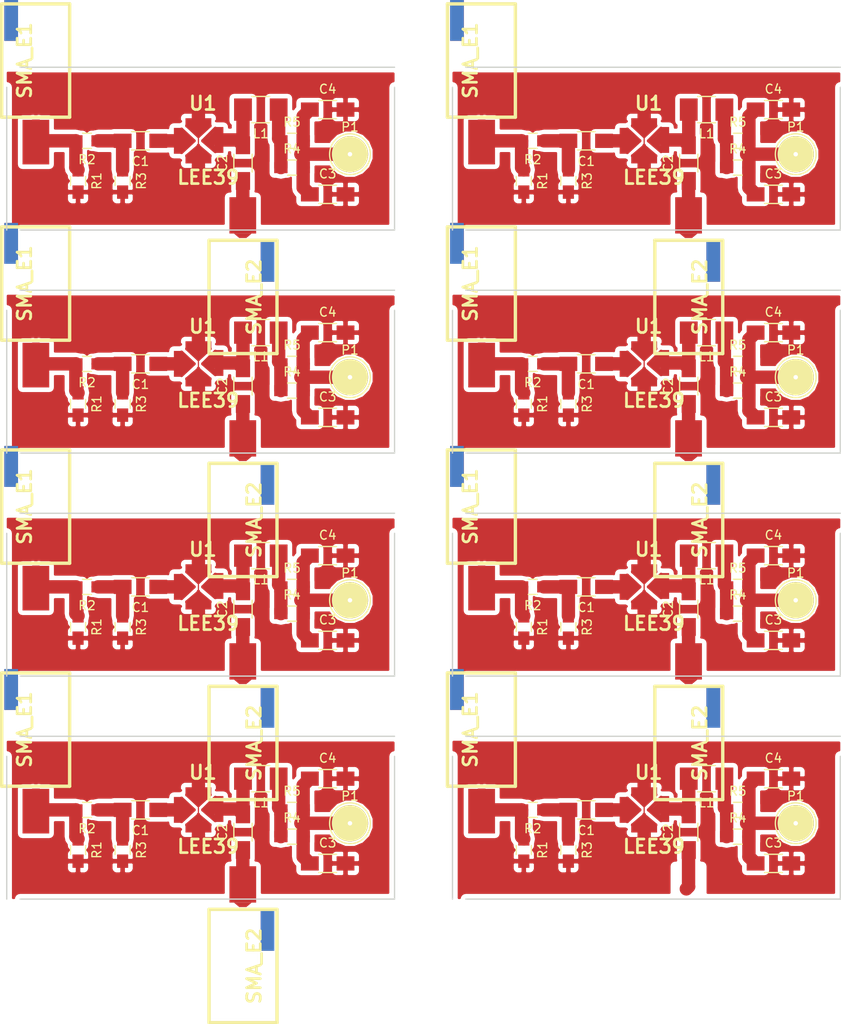
<source format=kicad_pcb>
(kicad_pcb (version 4) (host pcbnew 4.0.0-rc1-stable)
  (layers (0 F.Cu signal) (31 B.Cu signal) (34 B.Paste user) (35 F.Paste user) (36 B.SilkS user) (37 F.SilkS user) (38 B.Mask user) (39 F.Mask user) (44 Edge.Cuts user))
  (net 0 "")
  (net 1 "Net-(C1-Pad1)")
  (net 2 "Net-(C1-Pad2)")
  (net 3 "Net-(C2-Pad1)")
  (net 4 "Net-(C2-Pad2)")
  (net 5 "Net-(L1-Pad1)")
  (net 6 "Net-(R1-Pad1)")
  (net 7 GND)
  (net 8 +12V)
  (module Connect:1pin (layer F.Cu) (at 118 53.5)
    (fp_text reference P1 (at 0 -3.048) (layer F.SilkS))
    (fp_text value CONN_01X01)
    (pad 1 thru_hole circle (at 0 0) (size 4.064 4.064) (drill 0.5) (layers *.Cu *.Mask F.SilkS) (net 8 +12V))
  )
  (module Capacitors_SMD:C_1206_HandSoldering (layer F.Cu) (at 115.5 48.5)
    (fp_text reference C4 (at 0 -2.3) (layer F.SilkS))
    (fp_text value 1n)
    (pad 1 smd rect (at -2 0) (size 2 1.6) (layers F.Cu F.Paste F.Mask) (net 8 +12V))
    (pad 2 smd rect (at 2 0) (size 2 1.6) (layers F.Cu F.Paste F.Mask) (net 7 GND))
  )
  (module Capacitors_SMD:C_1206_HandSoldering (layer F.Cu) (at 115.5 58)
    (fp_text reference C3 (at 0 -2.3) (layer F.SilkS))
    (fp_text value 100n)
    (pad 1 smd rect (at -2 0) (size 2 1.6) (layers F.Cu F.Paste F.Mask) (net 8 +12V))
    (pad 2 smd rect (at 2 0) (size 2 1.6) (layers F.Cu F.Paste F.Mask) (net 7 GND))
  )
  (module "MMIC Amp:MMIC" (layer F.Cu) (at 101 52)
    (fp_text reference U1 (at 0.50038 -4.20116) (layer F.SilkS) (effects (font (thickness 0.3048))))
    (fp_text value LEE39 (at 1.09982 4.09956) (layer F.SilkS) (effects (font (thickness 0.3048))))
    (fp_line (start -0.89916 -1.6002) (end 0 -0.70104) (layer F.Cu) (width 0.127))
    (fp_line (start 0 -0.70104) (end 0.70104 -1.39954) (layer F.Cu) (width 0.127))
    (fp_line (start 0 -0.50038) (end 1.30048 -1.69926) (layer F.Cu) (width 0.381))
    (fp_line (start 0 -0.50038) (end -1.30048 -1.69926) (layer F.Cu) (width 0.381))
    (fp_line (start -1.19888 -0.50038) (end -1.19888 0.50038) (layer F.Cu) (width 0.508))
    (fp_line (start -1.6002 -1.00076) (end -1.6002 0.89916) (layer F.Cu) (width 0.381))
    (fp_line (start -0.89916 1.50114) (end 0.8001 1.50114) (layer F.Cu) (width 0.381))
    (fp_line (start 0 0.59944) (end 1.30048 1.69926) (layer F.Cu) (width 0.381))
    (fp_line (start 0 0.59944) (end -1.30048 1.69926) (layer F.Cu) (width 0.381))
    (fp_line (start -0.50038 0) (end -1.89992 1.30048) (layer F.Cu) (width 0.381))
    (fp_line (start -0.50038 0) (end -1.89992 -1.30048) (layer F.Cu) (width 0.381))
    (fp_line (start -0.50038 0) (end -2.10058 0) (layer F.Cu) (width 0.381))
    (fp_line (start 1.6002 0.59944) (end 1.6002 -0.59944) (layer F.Cu) (width 0.381))
    (fp_line (start 0.50038 0) (end 1.89992 1.19888) (layer F.Cu) (width 0.381))
    (fp_line (start 0.50038 0) (end 1.89992 -1.39954) (layer F.Cu) (width 0.381))
    (fp_line (start 0 -0.50038) (end 0 0.50038) (layer F.Cu) (width 0.127))
    (fp_line (start -1.016 -1.524) (end 1.016 -1.524) (layer F.Cu) (width 0.381))
    (fp_line (start 0 -1.016) (end -1.016 -2.032) (layer F.Cu) (width 0.381))
    (fp_line (start 0 -1.016) (end 1.016 -2.032) (layer F.Cu) (width 0.381))
    (fp_line (start 0 -0.508) (end 0 -2.032) (layer F.Cu) (width 0.381))
    (fp_line (start 0 1.016) (end -1.016 2.032) (layer F.Cu) (width 0.381))
    (fp_line (start 0 1.016) (end 1.016 2.032) (layer F.Cu) (width 0.381))
    (fp_line (start 0 0.508) (end 0 2.032) (layer F.Cu) (width 0.381))
    (fp_line (start 1.016 0) (end 0.508 0) (layer F.Cu) (width 0.381))
    (fp_line (start -2.032 1.016) (end -2.032 -1.016) (layer F.Cu) (width 0.381))
    (fp_line (start 1.016 0) (end 2.032 1.016) (layer F.Cu) (width 0.381))
    (fp_line (start 1.016 0) (end 2.032 -1.016) (layer F.Cu) (width 0.381))
    (fp_line (start 1.016 0) (end 2.032 0) (layer F.Cu) (width 0.381))
    (pad 1 smd rect (at -2.25044 0) (size 1.00076 2.90068) (layers F.Cu F.Paste F.Mask) (net 1 "Net-(C1-Pad1)"))
    (pad 3 smd rect (at 2.30124 -0.09906) (size 1.00076 2.90068) (layers F.Cu F.Paste F.Mask) (net 4 "Net-(C2-Pad2)"))
    (pad 4 smd rect (at 0 -2.032) (size 2.90068 1.00076) (layers F.Cu F.Paste F.Mask) (net 7 GND))
    (pad 2 smd rect (at 0 2.032) (size 2.90068 1.00076) (layers F.Cu F.Paste F.Mask) (net 7 GND))
  )
  (module "MMIC Amp:SMA_EDGE" (layer F.Cu) (at 107.25 69.5 270)
    (fp_text reference SMA_E2 (at 0 0 270) (layer F.SilkS) (effects (font (thickness 0.3048))))
    (fp_text value SMA_EDGE hide)
    (pad 1 connect rect (at -4 -1.5 270) (size 4.572 1.524) (layers *.Cu F.Mask) (net 7 GND))
    (pad 1 connect trapezoid (at -6.858 1.27 270) (size 0.50038 1.39954) (rect_delta 0.59944 0) (layers F.Cu F.Mask) (net 7 GND))
    (pad 2 connect rect (at -4 -1.5 270) (size 4.572 1.524) (layers *.Cu F.Mask) (net 7 GND))
    (pad 3 connect rect (at -9.144 1.27 270) (size 4.07162 3) (layers F.Cu F.Mask) (net 3 "Net-(C2-Pad1)"))
  )
  (module "MMIC Amp:SMA_EDGE" (layer F.Cu) (at 81.5 43 90)
    (fp_text reference SMA_E1 (at 0 0 90) (layer F.SilkS) (effects (font (thickness 0.3048))))
    (fp_text value SMA_EDGE hide)
    (pad 1 connect rect (at 4.5 -1.5 90) (size 4.572 1.524) (layers *.Cu F.Mask) (net 7 GND))
    (pad 1 connect trapezoid (at -6.858 1.27 90) (size 0.50038 1.39954) (rect_delta 0.59944 0) (layers F.Cu F.Mask) (net 7 GND))
    (pad 2 connect rect (at 4.5 -1.5 90) (size 4.572 1.524) (layers *.Cu F.Mask) (net 7 GND))
    (pad 3 connect rect (at -9.144 1.27 90) (size 5 3) (layers F.Cu F.Mask) (net 6 "Net-(R1-Pad1)"))
  )
  (module Capacitors_SMD:C_0805_HandSoldering (layer F.Cu) (at 111.5 52)
    (fp_text reference R5 (at 0 -2.1) (layer F.SilkS))
    (fp_text value 150)
    (pad 1 smd rect (at -1.25 0) (size 1.5 1.25) (layers F.Cu F.Paste F.Mask) (net 5 "Net-(L1-Pad1)"))
    (pad 2 smd rect (at 1.25 0) (size 1.5 1.25) (layers F.Cu F.Paste F.Mask) (net 8 +12V))
  )
  (module Capacitors_SMD:C_0805_HandSoldering (layer F.Cu) (at 111.5 55)
    (fp_text reference R4 (at 0 -2.1) (layer F.SilkS))
    (fp_text value 150)
    (pad 1 smd rect (at -1.25 0) (size 1.5 1.25) (layers F.Cu F.Paste F.Mask) (net 5 "Net-(L1-Pad1)"))
    (pad 2 smd rect (at 1.25 0) (size 1.5 1.25) (layers F.Cu F.Paste F.Mask) (net 8 +12V))
  )
  (module Capacitors_SMD:C_0805_HandSoldering (layer F.Cu) (at 92.5 56.5 270)
    (fp_text reference R3 (at 0 -2.1 270) (layer F.SilkS))
    (fp_text value 294)
    (pad 1 smd rect (at -1.25 0 270) (size 1.5 1.25) (layers F.Cu F.Paste F.Mask) (net 2 "Net-(C1-Pad2)"))
    (pad 2 smd rect (at 1.25 0 270) (size 1.5 1.25) (layers F.Cu F.Paste F.Mask) (net 7 GND))
  )
  (module Capacitors_SMD:C_0805_HandSoldering (layer F.Cu) (at 88.5 52 180)
    (fp_text reference R2 (at 0 -2.1 180) (layer F.SilkS))
    (fp_text value 17,8)
    (pad 1 smd rect (at -1.25 0 180) (size 1.5 1.25) (layers F.Cu F.Paste F.Mask) (net 2 "Net-(C1-Pad2)"))
    (pad 2 smd rect (at 1.25 0 180) (size 1.5 1.25) (layers F.Cu F.Paste F.Mask) (net 6 "Net-(R1-Pad1)"))
  )
  (module Capacitors_SMD:C_0805_HandSoldering (layer F.Cu) (at 87.5 56.5 270)
    (fp_text reference R1 (at 0 -2.1 270) (layer F.SilkS))
    (fp_text value 294)
    (pad 1 smd rect (at -1.25 0 270) (size 1.5 1.25) (layers F.Cu F.Paste F.Mask) (net 6 "Net-(R1-Pad1)"))
    (pad 2 smd rect (at 1.25 0 270) (size 1.5 1.25) (layers F.Cu F.Paste F.Mask) (net 7 GND))
  )
  (module Capacitors_SMD:C_1210_HandSoldering (layer F.Cu) (at 108 48.5 180)
    (fp_text reference L1 (at 0 -2.7 180) (layer F.SilkS))
    (fp_text value INDUCTOR)
    (pad 1 smd rect (at -2 0 180) (size 2 2.5) (layers F.Cu F.Paste F.Mask) (net 5 "Net-(L1-Pad1)"))
    (pad 2 smd rect (at 2 0 180) (size 2 2.5) (layers F.Cu F.Paste F.Mask) (net 4 "Net-(C2-Pad2)"))
  )
  (module Capacitors_SMD:C_1206_HandSoldering (layer F.Cu) (at 106 54.5 90)
    (fp_text reference C2 (at 0 -2.3 90) (layer F.SilkS))
    (fp_text value 100n)
    (pad 1 smd rect (at -2 0 90) (size 2 1.6) (layers F.Cu F.Paste F.Mask) (net 3 "Net-(C2-Pad1)"))
    (pad 2 smd rect (at 2 0 90) (size 2 1.6) (layers F.Cu F.Paste F.Mask) (net 4 "Net-(C2-Pad2)"))
  )
  (module Capacitors_SMD:C_1206_HandSoldering (layer F.Cu) (at 94.5 52 180)
    (fp_text reference C1 (at 0 -2.3 180) (layer F.SilkS))
    (fp_text value 100n)
    (pad 1 smd rect (at -2 0 180) (size 2 1.6) (layers F.Cu F.Paste F.Mask) (net 1 "Net-(C1-Pad1)"))
    (pad 2 smd rect (at 2 0 180) (size 2 1.6) (layers F.Cu F.Paste F.Mask) (net 2 "Net-(C1-Pad2)"))
  )
  (module Capacitors_SMD:C_1206_HandSoldering (layer F.Cu) (at 94.5 77 180)
    (fp_text reference C1 (at 0 -2.3 180) (layer F.SilkS))
    (fp_text value 100n)
    (pad 1 smd rect (at -2 0 180) (size 2 1.6) (layers F.Cu F.Paste F.Mask) (net 1 "Net-(C1-Pad1)"))
    (pad 2 smd rect (at 2 0 180) (size 2 1.6) (layers F.Cu F.Paste F.Mask) (net 2 "Net-(C1-Pad2)"))
  )
  (module Capacitors_SMD:C_1206_HandSoldering (layer F.Cu) (at 106 79.5 90)
    (fp_text reference C2 (at 0 -2.3 90) (layer F.SilkS))
    (fp_text value 100n)
    (pad 1 smd rect (at -2 0 90) (size 2 1.6) (layers F.Cu F.Paste F.Mask) (net 3 "Net-(C2-Pad1)"))
    (pad 2 smd rect (at 2 0 90) (size 2 1.6) (layers F.Cu F.Paste F.Mask) (net 4 "Net-(C2-Pad2)"))
  )
  (module Capacitors_SMD:C_1210_HandSoldering (layer F.Cu) (at 108 73.5 180)
    (fp_text reference L1 (at 0 -2.7 180) (layer F.SilkS))
    (fp_text value INDUCTOR)
    (pad 1 smd rect (at -2 0 180) (size 2 2.5) (layers F.Cu F.Paste F.Mask) (net 5 "Net-(L1-Pad1)"))
    (pad 2 smd rect (at 2 0 180) (size 2 2.5) (layers F.Cu F.Paste F.Mask) (net 4 "Net-(C2-Pad2)"))
  )
  (module Capacitors_SMD:C_0805_HandSoldering (layer F.Cu) (at 87.5 81.5 270)
    (fp_text reference R1 (at 0 -2.1 270) (layer F.SilkS))
    (fp_text value 294)
    (pad 1 smd rect (at -1.25 0 270) (size 1.5 1.25) (layers F.Cu F.Paste F.Mask) (net 6 "Net-(R1-Pad1)"))
    (pad 2 smd rect (at 1.25 0 270) (size 1.5 1.25) (layers F.Cu F.Paste F.Mask) (net 7 GND))
  )
  (module Capacitors_SMD:C_0805_HandSoldering (layer F.Cu) (at 88.5 77 180)
    (fp_text reference R2 (at 0 -2.1 180) (layer F.SilkS))
    (fp_text value 17,8)
    (pad 1 smd rect (at -1.25 0 180) (size 1.5 1.25) (layers F.Cu F.Paste F.Mask) (net 2 "Net-(C1-Pad2)"))
    (pad 2 smd rect (at 1.25 0 180) (size 1.5 1.25) (layers F.Cu F.Paste F.Mask) (net 6 "Net-(R1-Pad1)"))
  )
  (module Capacitors_SMD:C_0805_HandSoldering (layer F.Cu) (at 92.5 81.5 270)
    (fp_text reference R3 (at 0 -2.1 270) (layer F.SilkS))
    (fp_text value 294)
    (pad 1 smd rect (at -1.25 0 270) (size 1.5 1.25) (layers F.Cu F.Paste F.Mask) (net 2 "Net-(C1-Pad2)"))
    (pad 2 smd rect (at 1.25 0 270) (size 1.5 1.25) (layers F.Cu F.Paste F.Mask) (net 7 GND))
  )
  (module Capacitors_SMD:C_0805_HandSoldering (layer F.Cu) (at 111.5 80)
    (fp_text reference R4 (at 0 -2.1) (layer F.SilkS))
    (fp_text value 150)
    (pad 1 smd rect (at -1.25 0) (size 1.5 1.25) (layers F.Cu F.Paste F.Mask) (net 5 "Net-(L1-Pad1)"))
    (pad 2 smd rect (at 1.25 0) (size 1.5 1.25) (layers F.Cu F.Paste F.Mask) (net 8 +12V))
  )
  (module Capacitors_SMD:C_0805_HandSoldering (layer F.Cu) (at 111.5 77)
    (fp_text reference R5 (at 0 -2.1) (layer F.SilkS))
    (fp_text value 150)
    (pad 1 smd rect (at -1.25 0) (size 1.5 1.25) (layers F.Cu F.Paste F.Mask) (net 5 "Net-(L1-Pad1)"))
    (pad 2 smd rect (at 1.25 0) (size 1.5 1.25) (layers F.Cu F.Paste F.Mask) (net 8 +12V))
  )
  (module "MMIC Amp:SMA_EDGE" (layer F.Cu) (at 81.5 68 90)
    (fp_text reference SMA_E1 (at 0 0 90) (layer F.SilkS) (effects (font (thickness 0.3048))))
    (fp_text value SMA_EDGE hide)
    (pad 1 connect rect (at 4.5 -1.5 90) (size 4.572 1.524) (layers *.Cu F.Mask) (net 7 GND))
    (pad 1 connect trapezoid (at -6.858 1.27 90) (size 0.50038 1.39954) (rect_delta 0.59944 0) (layers F.Cu F.Mask) (net 7 GND))
    (pad 2 connect rect (at 4.5 -1.5 90) (size 4.572 1.524) (layers *.Cu F.Mask) (net 7 GND))
    (pad 3 connect rect (at -9.144 1.27 90) (size 5 3) (layers F.Cu F.Mask) (net 6 "Net-(R1-Pad1)"))
  )
  (module "MMIC Amp:SMA_EDGE" (layer F.Cu) (at 107.25 94.5 270)
    (fp_text reference SMA_E2 (at 0 0 270) (layer F.SilkS) (effects (font (thickness 0.3048))))
    (fp_text value SMA_EDGE hide)
    (pad 1 connect rect (at -4 -1.5 270) (size 4.572 1.524) (layers *.Cu F.Mask) (net 7 GND))
    (pad 1 connect trapezoid (at -6.858 1.27 270) (size 0.50038 1.39954) (rect_delta 0.59944 0) (layers F.Cu F.Mask) (net 7 GND))
    (pad 2 connect rect (at -4 -1.5 270) (size 4.572 1.524) (layers *.Cu F.Mask) (net 7 GND))
    (pad 3 connect rect (at -9.144 1.27 270) (size 4.07162 3) (layers F.Cu F.Mask) (net 3 "Net-(C2-Pad1)"))
  )
  (module "MMIC Amp:MMIC" (layer F.Cu) (at 101 77)
    (fp_text reference U1 (at 0.50038 -4.20116) (layer F.SilkS) (effects (font (thickness 0.3048))))
    (fp_text value LEE39 (at 1.09982 4.09956) (layer F.SilkS) (effects (font (thickness 0.3048))))
    (fp_line (start -0.89916 -1.6002) (end 0 -0.70104) (layer F.Cu) (width 0.127))
    (fp_line (start 0 -0.70104) (end 0.70104 -1.39954) (layer F.Cu) (width 0.127))
    (fp_line (start 0 -0.50038) (end 1.30048 -1.69926) (layer F.Cu) (width 0.381))
    (fp_line (start 0 -0.50038) (end -1.30048 -1.69926) (layer F.Cu) (width 0.381))
    (fp_line (start -1.19888 -0.50038) (end -1.19888 0.50038) (layer F.Cu) (width 0.508))
    (fp_line (start -1.6002 -1.00076) (end -1.6002 0.89916) (layer F.Cu) (width 0.381))
    (fp_line (start -0.89916 1.50114) (end 0.8001 1.50114) (layer F.Cu) (width 0.381))
    (fp_line (start 0 0.59944) (end 1.30048 1.69926) (layer F.Cu) (width 0.381))
    (fp_line (start 0 0.59944) (end -1.30048 1.69926) (layer F.Cu) (width 0.381))
    (fp_line (start -0.50038 0) (end -1.89992 1.30048) (layer F.Cu) (width 0.381))
    (fp_line (start -0.50038 0) (end -1.89992 -1.30048) (layer F.Cu) (width 0.381))
    (fp_line (start -0.50038 0) (end -2.10058 0) (layer F.Cu) (width 0.381))
    (fp_line (start 1.6002 0.59944) (end 1.6002 -0.59944) (layer F.Cu) (width 0.381))
    (fp_line (start 0.50038 0) (end 1.89992 1.19888) (layer F.Cu) (width 0.381))
    (fp_line (start 0.50038 0) (end 1.89992 -1.39954) (layer F.Cu) (width 0.381))
    (fp_line (start 0 -0.50038) (end 0 0.50038) (layer F.Cu) (width 0.127))
    (fp_line (start -1.016 -1.524) (end 1.016 -1.524) (layer F.Cu) (width 0.381))
    (fp_line (start 0 -1.016) (end -1.016 -2.032) (layer F.Cu) (width 0.381))
    (fp_line (start 0 -1.016) (end 1.016 -2.032) (layer F.Cu) (width 0.381))
    (fp_line (start 0 -0.508) (end 0 -2.032) (layer F.Cu) (width 0.381))
    (fp_line (start 0 1.016) (end -1.016 2.032) (layer F.Cu) (width 0.381))
    (fp_line (start 0 1.016) (end 1.016 2.032) (layer F.Cu) (width 0.381))
    (fp_line (start 0 0.508) (end 0 2.032) (layer F.Cu) (width 0.381))
    (fp_line (start 1.016 0) (end 0.508 0) (layer F.Cu) (width 0.381))
    (fp_line (start -2.032 1.016) (end -2.032 -1.016) (layer F.Cu) (width 0.381))
    (fp_line (start 1.016 0) (end 2.032 1.016) (layer F.Cu) (width 0.381))
    (fp_line (start 1.016 0) (end 2.032 -1.016) (layer F.Cu) (width 0.381))
    (fp_line (start 1.016 0) (end 2.032 0) (layer F.Cu) (width 0.381))
    (pad 1 smd rect (at -2.25044 0) (size 1.00076 2.90068) (layers F.Cu F.Paste F.Mask) (net 1 "Net-(C1-Pad1)"))
    (pad 3 smd rect (at 2.30124 -0.09906) (size 1.00076 2.90068) (layers F.Cu F.Paste F.Mask) (net 4 "Net-(C2-Pad2)"))
    (pad 4 smd rect (at 0 -2.032) (size 2.90068 1.00076) (layers F.Cu F.Paste F.Mask) (net 7 GND))
    (pad 2 smd rect (at 0 2.032) (size 2.90068 1.00076) (layers F.Cu F.Paste F.Mask) (net 7 GND))
  )
  (module Capacitors_SMD:C_1206_HandSoldering (layer F.Cu) (at 115.5 83)
    (fp_text reference C3 (at 0 -2.3) (layer F.SilkS))
    (fp_text value 100n)
    (pad 1 smd rect (at -2 0) (size 2 1.6) (layers F.Cu F.Paste F.Mask) (net 8 +12V))
    (pad 2 smd rect (at 2 0) (size 2 1.6) (layers F.Cu F.Paste F.Mask) (net 7 GND))
  )
  (module Capacitors_SMD:C_1206_HandSoldering (layer F.Cu) (at 115.5 73.5)
    (fp_text reference C4 (at 0 -2.3) (layer F.SilkS))
    (fp_text value 1n)
    (pad 1 smd rect (at -2 0) (size 2 1.6) (layers F.Cu F.Paste F.Mask) (net 8 +12V))
    (pad 2 smd rect (at 2 0) (size 2 1.6) (layers F.Cu F.Paste F.Mask) (net 7 GND))
  )
  (module Connect:1pin (layer F.Cu) (at 118 78.5)
    (fp_text reference P1 (at 0 -3.048) (layer F.SilkS))
    (fp_text value CONN_01X01)
    (pad 1 thru_hole circle (at 0 0) (size 4.064 4.064) (drill 0.5) (layers *.Cu *.Mask F.SilkS) (net 8 +12V))
  )
  (module Connect:1pin (layer F.Cu) (at 118 128.5)
    (fp_text reference P1 (at 0 -3.048) (layer F.SilkS))
    (fp_text value CONN_01X01)
    (pad 1 thru_hole circle (at 0 0) (size 4.064 4.064) (drill 0.5) (layers *.Cu *.Mask F.SilkS) (net 8 +12V))
  )
  (module Capacitors_SMD:C_1206_HandSoldering (layer F.Cu) (at 115.5 123.5)
    (fp_text reference C4 (at 0 -2.3) (layer F.SilkS))
    (fp_text value 1n)
    (pad 1 smd rect (at -2 0) (size 2 1.6) (layers F.Cu F.Paste F.Mask) (net 8 +12V))
    (pad 2 smd rect (at 2 0) (size 2 1.6) (layers F.Cu F.Paste F.Mask) (net 7 GND))
  )
  (module Capacitors_SMD:C_1206_HandSoldering (layer F.Cu) (at 115.5 133)
    (fp_text reference C3 (at 0 -2.3) (layer F.SilkS))
    (fp_text value 100n)
    (pad 1 smd rect (at -2 0) (size 2 1.6) (layers F.Cu F.Paste F.Mask) (net 8 +12V))
    (pad 2 smd rect (at 2 0) (size 2 1.6) (layers F.Cu F.Paste F.Mask) (net 7 GND))
  )
  (module "MMIC Amp:MMIC" (layer F.Cu) (at 101 127)
    (fp_text reference U1 (at 0.50038 -4.20116) (layer F.SilkS) (effects (font (thickness 0.3048))))
    (fp_text value LEE39 (at 1.09982 4.09956) (layer F.SilkS) (effects (font (thickness 0.3048))))
    (fp_line (start -0.89916 -1.6002) (end 0 -0.70104) (layer F.Cu) (width 0.127))
    (fp_line (start 0 -0.70104) (end 0.70104 -1.39954) (layer F.Cu) (width 0.127))
    (fp_line (start 0 -0.50038) (end 1.30048 -1.69926) (layer F.Cu) (width 0.381))
    (fp_line (start 0 -0.50038) (end -1.30048 -1.69926) (layer F.Cu) (width 0.381))
    (fp_line (start -1.19888 -0.50038) (end -1.19888 0.50038) (layer F.Cu) (width 0.508))
    (fp_line (start -1.6002 -1.00076) (end -1.6002 0.89916) (layer F.Cu) (width 0.381))
    (fp_line (start -0.89916 1.50114) (end 0.8001 1.50114) (layer F.Cu) (width 0.381))
    (fp_line (start 0 0.59944) (end 1.30048 1.69926) (layer F.Cu) (width 0.381))
    (fp_line (start 0 0.59944) (end -1.30048 1.69926) (layer F.Cu) (width 0.381))
    (fp_line (start -0.50038 0) (end -1.89992 1.30048) (layer F.Cu) (width 0.381))
    (fp_line (start -0.50038 0) (end -1.89992 -1.30048) (layer F.Cu) (width 0.381))
    (fp_line (start -0.50038 0) (end -2.10058 0) (layer F.Cu) (width 0.381))
    (fp_line (start 1.6002 0.59944) (end 1.6002 -0.59944) (layer F.Cu) (width 0.381))
    (fp_line (start 0.50038 0) (end 1.89992 1.19888) (layer F.Cu) (width 0.381))
    (fp_line (start 0.50038 0) (end 1.89992 -1.39954) (layer F.Cu) (width 0.381))
    (fp_line (start 0 -0.50038) (end 0 0.50038) (layer F.Cu) (width 0.127))
    (fp_line (start -1.016 -1.524) (end 1.016 -1.524) (layer F.Cu) (width 0.381))
    (fp_line (start 0 -1.016) (end -1.016 -2.032) (layer F.Cu) (width 0.381))
    (fp_line (start 0 -1.016) (end 1.016 -2.032) (layer F.Cu) (width 0.381))
    (fp_line (start 0 -0.508) (end 0 -2.032) (layer F.Cu) (width 0.381))
    (fp_line (start 0 1.016) (end -1.016 2.032) (layer F.Cu) (width 0.381))
    (fp_line (start 0 1.016) (end 1.016 2.032) (layer F.Cu) (width 0.381))
    (fp_line (start 0 0.508) (end 0 2.032) (layer F.Cu) (width 0.381))
    (fp_line (start 1.016 0) (end 0.508 0) (layer F.Cu) (width 0.381))
    (fp_line (start -2.032 1.016) (end -2.032 -1.016) (layer F.Cu) (width 0.381))
    (fp_line (start 1.016 0) (end 2.032 1.016) (layer F.Cu) (width 0.381))
    (fp_line (start 1.016 0) (end 2.032 -1.016) (layer F.Cu) (width 0.381))
    (fp_line (start 1.016 0) (end 2.032 0) (layer F.Cu) (width 0.381))
    (pad 1 smd rect (at -2.25044 0) (size 1.00076 2.90068) (layers F.Cu F.Paste F.Mask) (net 1 "Net-(C1-Pad1)"))
    (pad 3 smd rect (at 2.30124 -0.09906) (size 1.00076 2.90068) (layers F.Cu F.Paste F.Mask) (net 4 "Net-(C2-Pad2)"))
    (pad 4 smd rect (at 0 -2.032) (size 2.90068 1.00076) (layers F.Cu F.Paste F.Mask) (net 7 GND))
    (pad 2 smd rect (at 0 2.032) (size 2.90068 1.00076) (layers F.Cu F.Paste F.Mask) (net 7 GND))
  )
  (module "MMIC Amp:SMA_EDGE" (layer F.Cu) (at 81.5 118 90)
    (fp_text reference SMA_E1 (at 0 0 90) (layer F.SilkS) (effects (font (thickness 0.3048))))
    (fp_text value SMA_EDGE hide)
    (pad 1 connect rect (at 4.5 -1.5 90) (size 4.572 1.524) (layers *.Cu F.Mask) (net 7 GND))
    (pad 1 connect trapezoid (at -6.858 1.27 90) (size 0.50038 1.39954) (rect_delta 0.59944 0) (layers F.Cu F.Mask) (net 7 GND))
    (pad 2 connect rect (at 4.5 -1.5 90) (size 4.572 1.524) (layers *.Cu F.Mask) (net 7 GND))
    (pad 3 connect rect (at -9.144 1.27 90) (size 5 3) (layers F.Cu F.Mask) (net 6 "Net-(R1-Pad1)"))
  )
  (module Capacitors_SMD:C_0805_HandSoldering (layer F.Cu) (at 111.5 127)
    (fp_text reference R5 (at 0 -2.1) (layer F.SilkS))
    (fp_text value 150)
    (pad 1 smd rect (at -1.25 0) (size 1.5 1.25) (layers F.Cu F.Paste F.Mask) (net 5 "Net-(L1-Pad1)"))
    (pad 2 smd rect (at 1.25 0) (size 1.5 1.25) (layers F.Cu F.Paste F.Mask) (net 8 +12V))
  )
  (module Capacitors_SMD:C_0805_HandSoldering (layer F.Cu) (at 111.5 130)
    (fp_text reference R4 (at 0 -2.1) (layer F.SilkS))
    (fp_text value 150)
    (pad 1 smd rect (at -1.25 0) (size 1.5 1.25) (layers F.Cu F.Paste F.Mask) (net 5 "Net-(L1-Pad1)"))
    (pad 2 smd rect (at 1.25 0) (size 1.5 1.25) (layers F.Cu F.Paste F.Mask) (net 8 +12V))
  )
  (module Capacitors_SMD:C_0805_HandSoldering (layer F.Cu) (at 92.5 131.5 270)
    (fp_text reference R3 (at 0 -2.1 270) (layer F.SilkS))
    (fp_text value 294)
    (pad 1 smd rect (at -1.25 0 270) (size 1.5 1.25) (layers F.Cu F.Paste F.Mask) (net 2 "Net-(C1-Pad2)"))
    (pad 2 smd rect (at 1.25 0 270) (size 1.5 1.25) (layers F.Cu F.Paste F.Mask) (net 7 GND))
  )
  (module Capacitors_SMD:C_0805_HandSoldering (layer F.Cu) (at 88.5 127 180)
    (fp_text reference R2 (at 0 -2.1 180) (layer F.SilkS))
    (fp_text value 17,8)
    (pad 1 smd rect (at -1.25 0 180) (size 1.5 1.25) (layers F.Cu F.Paste F.Mask) (net 2 "Net-(C1-Pad2)"))
    (pad 2 smd rect (at 1.25 0 180) (size 1.5 1.25) (layers F.Cu F.Paste F.Mask) (net 6 "Net-(R1-Pad1)"))
  )
  (module Capacitors_SMD:C_0805_HandSoldering (layer F.Cu) (at 87.5 131.5 270)
    (fp_text reference R1 (at 0 -2.1 270) (layer F.SilkS))
    (fp_text value 294)
    (pad 1 smd rect (at -1.25 0 270) (size 1.5 1.25) (layers F.Cu F.Paste F.Mask) (net 6 "Net-(R1-Pad1)"))
    (pad 2 smd rect (at 1.25 0 270) (size 1.5 1.25) (layers F.Cu F.Paste F.Mask) (net 7 GND))
  )
  (module Capacitors_SMD:C_1210_HandSoldering (layer F.Cu) (at 108 123.5 180)
    (fp_text reference L1 (at 0 -2.7 180) (layer F.SilkS))
    (fp_text value INDUCTOR)
    (pad 1 smd rect (at -2 0 180) (size 2 2.5) (layers F.Cu F.Paste F.Mask) (net 5 "Net-(L1-Pad1)"))
    (pad 2 smd rect (at 2 0 180) (size 2 2.5) (layers F.Cu F.Paste F.Mask) (net 4 "Net-(C2-Pad2)"))
  )
  (module Capacitors_SMD:C_1206_HandSoldering (layer F.Cu) (at 106 129.5 90)
    (fp_text reference C2 (at 0 -2.3 90) (layer F.SilkS))
    (fp_text value 100n)
    (pad 1 smd rect (at -2 0 90) (size 2 1.6) (layers F.Cu F.Paste F.Mask) (net 3 "Net-(C2-Pad1)"))
    (pad 2 smd rect (at 2 0 90) (size 2 1.6) (layers F.Cu F.Paste F.Mask) (net 4 "Net-(C2-Pad2)"))
  )
  (module Capacitors_SMD:C_1206_HandSoldering (layer F.Cu) (at 94.5 127 180)
    (fp_text reference C1 (at 0 -2.3 180) (layer F.SilkS))
    (fp_text value 100n)
    (pad 1 smd rect (at -2 0 180) (size 2 1.6) (layers F.Cu F.Paste F.Mask) (net 1 "Net-(C1-Pad1)"))
    (pad 2 smd rect (at 2 0 180) (size 2 1.6) (layers F.Cu F.Paste F.Mask) (net 2 "Net-(C1-Pad2)"))
  )
  (module Capacitors_SMD:C_1206_HandSoldering (layer F.Cu) (at 94.5 102 180)
    (fp_text reference C1 (at 0 -2.3 180) (layer F.SilkS))
    (fp_text value 100n)
    (pad 1 smd rect (at -2 0 180) (size 2 1.6) (layers F.Cu F.Paste F.Mask) (net 1 "Net-(C1-Pad1)"))
    (pad 2 smd rect (at 2 0 180) (size 2 1.6) (layers F.Cu F.Paste F.Mask) (net 2 "Net-(C1-Pad2)"))
  )
  (module Capacitors_SMD:C_1206_HandSoldering (layer F.Cu) (at 106 104.5 90)
    (fp_text reference C2 (at 0 -2.3 90) (layer F.SilkS))
    (fp_text value 100n)
    (pad 1 smd rect (at -2 0 90) (size 2 1.6) (layers F.Cu F.Paste F.Mask) (net 3 "Net-(C2-Pad1)"))
    (pad 2 smd rect (at 2 0 90) (size 2 1.6) (layers F.Cu F.Paste F.Mask) (net 4 "Net-(C2-Pad2)"))
  )
  (module Capacitors_SMD:C_1210_HandSoldering (layer F.Cu) (at 108 98.5 180)
    (fp_text reference L1 (at 0 -2.7 180) (layer F.SilkS))
    (fp_text value INDUCTOR)
    (pad 1 smd rect (at -2 0 180) (size 2 2.5) (layers F.Cu F.Paste F.Mask) (net 5 "Net-(L1-Pad1)"))
    (pad 2 smd rect (at 2 0 180) (size 2 2.5) (layers F.Cu F.Paste F.Mask) (net 4 "Net-(C2-Pad2)"))
  )
  (module Capacitors_SMD:C_0805_HandSoldering (layer F.Cu) (at 87.5 106.5 270)
    (fp_text reference R1 (at 0 -2.1 270) (layer F.SilkS))
    (fp_text value 294)
    (pad 1 smd rect (at -1.25 0 270) (size 1.5 1.25) (layers F.Cu F.Paste F.Mask) (net 6 "Net-(R1-Pad1)"))
    (pad 2 smd rect (at 1.25 0 270) (size 1.5 1.25) (layers F.Cu F.Paste F.Mask) (net 7 GND))
  )
  (module Capacitors_SMD:C_0805_HandSoldering (layer F.Cu) (at 88.5 102 180)
    (fp_text reference R2 (at 0 -2.1 180) (layer F.SilkS))
    (fp_text value 17,8)
    (pad 1 smd rect (at -1.25 0 180) (size 1.5 1.25) (layers F.Cu F.Paste F.Mask) (net 2 "Net-(C1-Pad2)"))
    (pad 2 smd rect (at 1.25 0 180) (size 1.5 1.25) (layers F.Cu F.Paste F.Mask) (net 6 "Net-(R1-Pad1)"))
  )
  (module Capacitors_SMD:C_0805_HandSoldering (layer F.Cu) (at 92.5 106.5 270)
    (fp_text reference R3 (at 0 -2.1 270) (layer F.SilkS))
    (fp_text value 294)
    (pad 1 smd rect (at -1.25 0 270) (size 1.5 1.25) (layers F.Cu F.Paste F.Mask) (net 2 "Net-(C1-Pad2)"))
    (pad 2 smd rect (at 1.25 0 270) (size 1.5 1.25) (layers F.Cu F.Paste F.Mask) (net 7 GND))
  )
  (module Capacitors_SMD:C_0805_HandSoldering (layer F.Cu) (at 111.5 105)
    (fp_text reference R4 (at 0 -2.1) (layer F.SilkS))
    (fp_text value 150)
    (pad 1 smd rect (at -1.25 0) (size 1.5 1.25) (layers F.Cu F.Paste F.Mask) (net 5 "Net-(L1-Pad1)"))
    (pad 2 smd rect (at 1.25 0) (size 1.5 1.25) (layers F.Cu F.Paste F.Mask) (net 8 +12V))
  )
  (module Capacitors_SMD:C_0805_HandSoldering (layer F.Cu) (at 111.5 102)
    (fp_text reference R5 (at 0 -2.1) (layer F.SilkS))
    (fp_text value 150)
    (pad 1 smd rect (at -1.25 0) (size 1.5 1.25) (layers F.Cu F.Paste F.Mask) (net 5 "Net-(L1-Pad1)"))
    (pad 2 smd rect (at 1.25 0) (size 1.5 1.25) (layers F.Cu F.Paste F.Mask) (net 8 +12V))
  )
  (module "MMIC Amp:SMA_EDGE" (layer F.Cu) (at 81.5 93 90)
    (fp_text reference SMA_E1 (at 0 0 90) (layer F.SilkS) (effects (font (thickness 0.3048))))
    (fp_text value SMA_EDGE hide)
    (pad 1 connect rect (at 4.5 -1.5 90) (size 4.572 1.524) (layers *.Cu F.Mask) (net 7 GND))
    (pad 1 connect trapezoid (at -6.858 1.27 90) (size 0.50038 1.39954) (rect_delta 0.59944 0) (layers F.Cu F.Mask) (net 7 GND))
    (pad 2 connect rect (at 4.5 -1.5 90) (size 4.572 1.524) (layers *.Cu F.Mask) (net 7 GND))
    (pad 3 connect rect (at -9.144 1.27 90) (size 5 3) (layers F.Cu F.Mask) (net 6 "Net-(R1-Pad1)"))
  )
  (module "MMIC Amp:SMA_EDGE" (layer F.Cu) (at 107.25 119.5 270)
    (fp_text reference SMA_E2 (at 0 0 270) (layer F.SilkS) (effects (font (thickness 0.3048))))
    (fp_text value SMA_EDGE hide)
    (pad 1 connect rect (at -4 -1.5 270) (size 4.572 1.524) (layers *.Cu F.Mask) (net 7 GND))
    (pad 1 connect trapezoid (at -6.858 1.27 270) (size 0.50038 1.39954) (rect_delta 0.59944 0) (layers F.Cu F.Mask) (net 7 GND))
    (pad 2 connect rect (at -4 -1.5 270) (size 4.572 1.524) (layers *.Cu F.Mask) (net 7 GND))
    (pad 3 connect rect (at -9.144 1.27 270) (size 4.07162 3) (layers F.Cu F.Mask) (net 3 "Net-(C2-Pad1)"))
  )
  (module "MMIC Amp:MMIC" (layer F.Cu) (at 101 102)
    (fp_text reference U1 (at 0.50038 -4.20116) (layer F.SilkS) (effects (font (thickness 0.3048))))
    (fp_text value LEE39 (at 1.09982 4.09956) (layer F.SilkS) (effects (font (thickness 0.3048))))
    (fp_line (start -0.89916 -1.6002) (end 0 -0.70104) (layer F.Cu) (width 0.127))
    (fp_line (start 0 -0.70104) (end 0.70104 -1.39954) (layer F.Cu) (width 0.127))
    (fp_line (start 0 -0.50038) (end 1.30048 -1.69926) (layer F.Cu) (width 0.381))
    (fp_line (start 0 -0.50038) (end -1.30048 -1.69926) (layer F.Cu) (width 0.381))
    (fp_line (start -1.19888 -0.50038) (end -1.19888 0.50038) (layer F.Cu) (width 0.508))
    (fp_line (start -1.6002 -1.00076) (end -1.6002 0.89916) (layer F.Cu) (width 0.381))
    (fp_line (start -0.89916 1.50114) (end 0.8001 1.50114) (layer F.Cu) (width 0.381))
    (fp_line (start 0 0.59944) (end 1.30048 1.69926) (layer F.Cu) (width 0.381))
    (fp_line (start 0 0.59944) (end -1.30048 1.69926) (layer F.Cu) (width 0.381))
    (fp_line (start -0.50038 0) (end -1.89992 1.30048) (layer F.Cu) (width 0.381))
    (fp_line (start -0.50038 0) (end -1.89992 -1.30048) (layer F.Cu) (width 0.381))
    (fp_line (start -0.50038 0) (end -2.10058 0) (layer F.Cu) (width 0.381))
    (fp_line (start 1.6002 0.59944) (end 1.6002 -0.59944) (layer F.Cu) (width 0.381))
    (fp_line (start 0.50038 0) (end 1.89992 1.19888) (layer F.Cu) (width 0.381))
    (fp_line (start 0.50038 0) (end 1.89992 -1.39954) (layer F.Cu) (width 0.381))
    (fp_line (start 0 -0.50038) (end 0 0.50038) (layer F.Cu) (width 0.127))
    (fp_line (start -1.016 -1.524) (end 1.016 -1.524) (layer F.Cu) (width 0.381))
    (fp_line (start 0 -1.016) (end -1.016 -2.032) (layer F.Cu) (width 0.381))
    (fp_line (start 0 -1.016) (end 1.016 -2.032) (layer F.Cu) (width 0.381))
    (fp_line (start 0 -0.508) (end 0 -2.032) (layer F.Cu) (width 0.381))
    (fp_line (start 0 1.016) (end -1.016 2.032) (layer F.Cu) (width 0.381))
    (fp_line (start 0 1.016) (end 1.016 2.032) (layer F.Cu) (width 0.381))
    (fp_line (start 0 0.508) (end 0 2.032) (layer F.Cu) (width 0.381))
    (fp_line (start 1.016 0) (end 0.508 0) (layer F.Cu) (width 0.381))
    (fp_line (start -2.032 1.016) (end -2.032 -1.016) (layer F.Cu) (width 0.381))
    (fp_line (start 1.016 0) (end 2.032 1.016) (layer F.Cu) (width 0.381))
    (fp_line (start 1.016 0) (end 2.032 -1.016) (layer F.Cu) (width 0.381))
    (fp_line (start 1.016 0) (end 2.032 0) (layer F.Cu) (width 0.381))
    (pad 1 smd rect (at -2.25044 0) (size 1.00076 2.90068) (layers F.Cu F.Paste F.Mask) (net 1 "Net-(C1-Pad1)"))
    (pad 3 smd rect (at 2.30124 -0.09906) (size 1.00076 2.90068) (layers F.Cu F.Paste F.Mask) (net 4 "Net-(C2-Pad2)"))
    (pad 4 smd rect (at 0 -2.032) (size 2.90068 1.00076) (layers F.Cu F.Paste F.Mask) (net 7 GND))
    (pad 2 smd rect (at 0 2.032) (size 2.90068 1.00076) (layers F.Cu F.Paste F.Mask) (net 7 GND))
  )
  (module Capacitors_SMD:C_1206_HandSoldering (layer F.Cu) (at 115.5 108)
    (fp_text reference C3 (at 0 -2.3) (layer F.SilkS))
    (fp_text value 100n)
    (pad 1 smd rect (at -2 0) (size 2 1.6) (layers F.Cu F.Paste F.Mask) (net 8 +12V))
    (pad 2 smd rect (at 2 0) (size 2 1.6) (layers F.Cu F.Paste F.Mask) (net 7 GND))
  )
  (module Capacitors_SMD:C_1206_HandSoldering (layer F.Cu) (at 115.5 98.5)
    (fp_text reference C4 (at 0 -2.3) (layer F.SilkS))
    (fp_text value 1n)
    (pad 1 smd rect (at -2 0) (size 2 1.6) (layers F.Cu F.Paste F.Mask) (net 8 +12V))
    (pad 2 smd rect (at 2 0) (size 2 1.6) (layers F.Cu F.Paste F.Mask) (net 7 GND))
  )
  (module Connect:1pin (layer F.Cu) (at 118 103.5)
    (fp_text reference P1 (at 0 -3.048) (layer F.SilkS))
    (fp_text value CONN_01X01)
    (pad 1 thru_hole circle (at 0 0) (size 4.064 4.064) (drill 0.5) (layers *.Cu *.Mask F.SilkS) (net 8 +12V))
  )
  (module Connect:1pin (layer F.Cu) (at 68 103.5)
    (fp_text reference P1 (at 0 -3.048) (layer F.SilkS))
    (fp_text value CONN_01X01)
    (pad 1 thru_hole circle (at 0 0) (size 4.064 4.064) (drill 0.5) (layers *.Cu *.Mask F.SilkS) (net 8 +12V))
  )
  (module Capacitors_SMD:C_1206_HandSoldering (layer F.Cu) (at 65.5 98.5)
    (fp_text reference C4 (at 0 -2.3) (layer F.SilkS))
    (fp_text value 1n)
    (pad 1 smd rect (at -2 0) (size 2 1.6) (layers F.Cu F.Paste F.Mask) (net 8 +12V))
    (pad 2 smd rect (at 2 0) (size 2 1.6) (layers F.Cu F.Paste F.Mask) (net 7 GND))
  )
  (module Capacitors_SMD:C_1206_HandSoldering (layer F.Cu) (at 65.5 108)
    (fp_text reference C3 (at 0 -2.3) (layer F.SilkS))
    (fp_text value 100n)
    (pad 1 smd rect (at -2 0) (size 2 1.6) (layers F.Cu F.Paste F.Mask) (net 8 +12V))
    (pad 2 smd rect (at 2 0) (size 2 1.6) (layers F.Cu F.Paste F.Mask) (net 7 GND))
  )
  (module "MMIC Amp:MMIC" (layer F.Cu) (at 51 102)
    (fp_text reference U1 (at 0.50038 -4.20116) (layer F.SilkS) (effects (font (thickness 0.3048))))
    (fp_text value LEE39 (at 1.09982 4.09956) (layer F.SilkS) (effects (font (thickness 0.3048))))
    (fp_line (start -0.89916 -1.6002) (end 0 -0.70104) (layer F.Cu) (width 0.127))
    (fp_line (start 0 -0.70104) (end 0.70104 -1.39954) (layer F.Cu) (width 0.127))
    (fp_line (start 0 -0.50038) (end 1.30048 -1.69926) (layer F.Cu) (width 0.381))
    (fp_line (start 0 -0.50038) (end -1.30048 -1.69926) (layer F.Cu) (width 0.381))
    (fp_line (start -1.19888 -0.50038) (end -1.19888 0.50038) (layer F.Cu) (width 0.508))
    (fp_line (start -1.6002 -1.00076) (end -1.6002 0.89916) (layer F.Cu) (width 0.381))
    (fp_line (start -0.89916 1.50114) (end 0.8001 1.50114) (layer F.Cu) (width 0.381))
    (fp_line (start 0 0.59944) (end 1.30048 1.69926) (layer F.Cu) (width 0.381))
    (fp_line (start 0 0.59944) (end -1.30048 1.69926) (layer F.Cu) (width 0.381))
    (fp_line (start -0.50038 0) (end -1.89992 1.30048) (layer F.Cu) (width 0.381))
    (fp_line (start -0.50038 0) (end -1.89992 -1.30048) (layer F.Cu) (width 0.381))
    (fp_line (start -0.50038 0) (end -2.10058 0) (layer F.Cu) (width 0.381))
    (fp_line (start 1.6002 0.59944) (end 1.6002 -0.59944) (layer F.Cu) (width 0.381))
    (fp_line (start 0.50038 0) (end 1.89992 1.19888) (layer F.Cu) (width 0.381))
    (fp_line (start 0.50038 0) (end 1.89992 -1.39954) (layer F.Cu) (width 0.381))
    (fp_line (start 0 -0.50038) (end 0 0.50038) (layer F.Cu) (width 0.127))
    (fp_line (start -1.016 -1.524) (end 1.016 -1.524) (layer F.Cu) (width 0.381))
    (fp_line (start 0 -1.016) (end -1.016 -2.032) (layer F.Cu) (width 0.381))
    (fp_line (start 0 -1.016) (end 1.016 -2.032) (layer F.Cu) (width 0.381))
    (fp_line (start 0 -0.508) (end 0 -2.032) (layer F.Cu) (width 0.381))
    (fp_line (start 0 1.016) (end -1.016 2.032) (layer F.Cu) (width 0.381))
    (fp_line (start 0 1.016) (end 1.016 2.032) (layer F.Cu) (width 0.381))
    (fp_line (start 0 0.508) (end 0 2.032) (layer F.Cu) (width 0.381))
    (fp_line (start 1.016 0) (end 0.508 0) (layer F.Cu) (width 0.381))
    (fp_line (start -2.032 1.016) (end -2.032 -1.016) (layer F.Cu) (width 0.381))
    (fp_line (start 1.016 0) (end 2.032 1.016) (layer F.Cu) (width 0.381))
    (fp_line (start 1.016 0) (end 2.032 -1.016) (layer F.Cu) (width 0.381))
    (fp_line (start 1.016 0) (end 2.032 0) (layer F.Cu) (width 0.381))
    (pad 1 smd rect (at -2.25044 0) (size 1.00076 2.90068) (layers F.Cu F.Paste F.Mask) (net 1 "Net-(C1-Pad1)"))
    (pad 3 smd rect (at 2.30124 -0.09906) (size 1.00076 2.90068) (layers F.Cu F.Paste F.Mask) (net 4 "Net-(C2-Pad2)"))
    (pad 4 smd rect (at 0 -2.032) (size 2.90068 1.00076) (layers F.Cu F.Paste F.Mask) (net 7 GND))
    (pad 2 smd rect (at 0 2.032) (size 2.90068 1.00076) (layers F.Cu F.Paste F.Mask) (net 7 GND))
  )
  (module "MMIC Amp:SMA_EDGE" (layer F.Cu) (at 57.25 119.5 270)
    (fp_text reference SMA_E2 (at 0 0 270) (layer F.SilkS) (effects (font (thickness 0.3048))))
    (fp_text value SMA_EDGE hide)
    (pad 1 connect rect (at -4 -1.5 270) (size 4.572 1.524) (layers *.Cu F.Mask) (net 7 GND))
    (pad 1 connect trapezoid (at -6.858 1.27 270) (size 0.50038 1.39954) (rect_delta 0.59944 0) (layers F.Cu F.Mask) (net 7 GND))
    (pad 2 connect rect (at -4 -1.5 270) (size 4.572 1.524) (layers *.Cu F.Mask) (net 7 GND))
    (pad 3 connect rect (at -9.144 1.27 270) (size 4.07162 3) (layers F.Cu F.Mask) (net 3 "Net-(C2-Pad1)"))
  )
  (module "MMIC Amp:SMA_EDGE" (layer F.Cu) (at 31.5 93 90)
    (fp_text reference SMA_E1 (at 0 0 90) (layer F.SilkS) (effects (font (thickness 0.3048))))
    (fp_text value SMA_EDGE hide)
    (pad 1 connect rect (at 4.5 -1.5 90) (size 4.572 1.524) (layers *.Cu F.Mask) (net 7 GND))
    (pad 1 connect trapezoid (at -6.858 1.27 90) (size 0.50038 1.39954) (rect_delta 0.59944 0) (layers F.Cu F.Mask) (net 7 GND))
    (pad 2 connect rect (at 4.5 -1.5 90) (size 4.572 1.524) (layers *.Cu F.Mask) (net 7 GND))
    (pad 3 connect rect (at -9.144 1.27 90) (size 5 3) (layers F.Cu F.Mask) (net 6 "Net-(R1-Pad1)"))
  )
  (module Capacitors_SMD:C_0805_HandSoldering (layer F.Cu) (at 61.5 102)
    (fp_text reference R5 (at 0 -2.1) (layer F.SilkS))
    (fp_text value 150)
    (pad 1 smd rect (at -1.25 0) (size 1.5 1.25) (layers F.Cu F.Paste F.Mask) (net 5 "Net-(L1-Pad1)"))
    (pad 2 smd rect (at 1.25 0) (size 1.5 1.25) (layers F.Cu F.Paste F.Mask) (net 8 +12V))
  )
  (module Capacitors_SMD:C_0805_HandSoldering (layer F.Cu) (at 61.5 105)
    (fp_text reference R4 (at 0 -2.1) (layer F.SilkS))
    (fp_text value 150)
    (pad 1 smd rect (at -1.25 0) (size 1.5 1.25) (layers F.Cu F.Paste F.Mask) (net 5 "Net-(L1-Pad1)"))
    (pad 2 smd rect (at 1.25 0) (size 1.5 1.25) (layers F.Cu F.Paste F.Mask) (net 8 +12V))
  )
  (module Capacitors_SMD:C_0805_HandSoldering (layer F.Cu) (at 42.5 106.5 270)
    (fp_text reference R3 (at 0 -2.1 270) (layer F.SilkS))
    (fp_text value 294)
    (pad 1 smd rect (at -1.25 0 270) (size 1.5 1.25) (layers F.Cu F.Paste F.Mask) (net 2 "Net-(C1-Pad2)"))
    (pad 2 smd rect (at 1.25 0 270) (size 1.5 1.25) (layers F.Cu F.Paste F.Mask) (net 7 GND))
  )
  (module Capacitors_SMD:C_0805_HandSoldering (layer F.Cu) (at 38.5 102 180)
    (fp_text reference R2 (at 0 -2.1 180) (layer F.SilkS))
    (fp_text value 17,8)
    (pad 1 smd rect (at -1.25 0 180) (size 1.5 1.25) (layers F.Cu F.Paste F.Mask) (net 2 "Net-(C1-Pad2)"))
    (pad 2 smd rect (at 1.25 0 180) (size 1.5 1.25) (layers F.Cu F.Paste F.Mask) (net 6 "Net-(R1-Pad1)"))
  )
  (module Capacitors_SMD:C_0805_HandSoldering (layer F.Cu) (at 37.5 106.5 270)
    (fp_text reference R1 (at 0 -2.1 270) (layer F.SilkS))
    (fp_text value 294)
    (pad 1 smd rect (at -1.25 0 270) (size 1.5 1.25) (layers F.Cu F.Paste F.Mask) (net 6 "Net-(R1-Pad1)"))
    (pad 2 smd rect (at 1.25 0 270) (size 1.5 1.25) (layers F.Cu F.Paste F.Mask) (net 7 GND))
  )
  (module Capacitors_SMD:C_1210_HandSoldering (layer F.Cu) (at 58 98.5 180)
    (fp_text reference L1 (at 0 -2.7 180) (layer F.SilkS))
    (fp_text value INDUCTOR)
    (pad 1 smd rect (at -2 0 180) (size 2 2.5) (layers F.Cu F.Paste F.Mask) (net 5 "Net-(L1-Pad1)"))
    (pad 2 smd rect (at 2 0 180) (size 2 2.5) (layers F.Cu F.Paste F.Mask) (net 4 "Net-(C2-Pad2)"))
  )
  (module Capacitors_SMD:C_1206_HandSoldering (layer F.Cu) (at 56 104.5 90)
    (fp_text reference C2 (at 0 -2.3 90) (layer F.SilkS))
    (fp_text value 100n)
    (pad 1 smd rect (at -2 0 90) (size 2 1.6) (layers F.Cu F.Paste F.Mask) (net 3 "Net-(C2-Pad1)"))
    (pad 2 smd rect (at 2 0 90) (size 2 1.6) (layers F.Cu F.Paste F.Mask) (net 4 "Net-(C2-Pad2)"))
  )
  (module Capacitors_SMD:C_1206_HandSoldering (layer F.Cu) (at 44.5 102 180)
    (fp_text reference C1 (at 0 -2.3 180) (layer F.SilkS))
    (fp_text value 100n)
    (pad 1 smd rect (at -2 0 180) (size 2 1.6) (layers F.Cu F.Paste F.Mask) (net 1 "Net-(C1-Pad1)"))
    (pad 2 smd rect (at 2 0 180) (size 2 1.6) (layers F.Cu F.Paste F.Mask) (net 2 "Net-(C1-Pad2)"))
  )
  (module Capacitors_SMD:C_1206_HandSoldering (layer F.Cu) (at 44.5 127 180)
    (fp_text reference C1 (at 0 -2.3 180) (layer F.SilkS))
    (fp_text value 100n)
    (pad 1 smd rect (at -2 0 180) (size 2 1.6) (layers F.Cu F.Paste F.Mask) (net 1 "Net-(C1-Pad1)"))
    (pad 2 smd rect (at 2 0 180) (size 2 1.6) (layers F.Cu F.Paste F.Mask) (net 2 "Net-(C1-Pad2)"))
  )
  (module Capacitors_SMD:C_1206_HandSoldering (layer F.Cu) (at 56 129.5 90)
    (fp_text reference C2 (at 0 -2.3 90) (layer F.SilkS))
    (fp_text value 100n)
    (pad 1 smd rect (at -2 0 90) (size 2 1.6) (layers F.Cu F.Paste F.Mask) (net 3 "Net-(C2-Pad1)"))
    (pad 2 smd rect (at 2 0 90) (size 2 1.6) (layers F.Cu F.Paste F.Mask) (net 4 "Net-(C2-Pad2)"))
  )
  (module Capacitors_SMD:C_1210_HandSoldering (layer F.Cu) (at 58 123.5 180)
    (fp_text reference L1 (at 0 -2.7 180) (layer F.SilkS))
    (fp_text value INDUCTOR)
    (pad 1 smd rect (at -2 0 180) (size 2 2.5) (layers F.Cu F.Paste F.Mask) (net 5 "Net-(L1-Pad1)"))
    (pad 2 smd rect (at 2 0 180) (size 2 2.5) (layers F.Cu F.Paste F.Mask) (net 4 "Net-(C2-Pad2)"))
  )
  (module Capacitors_SMD:C_0805_HandSoldering (layer F.Cu) (at 37.5 131.5 270)
    (fp_text reference R1 (at 0 -2.1 270) (layer F.SilkS))
    (fp_text value 294)
    (pad 1 smd rect (at -1.25 0 270) (size 1.5 1.25) (layers F.Cu F.Paste F.Mask) (net 6 "Net-(R1-Pad1)"))
    (pad 2 smd rect (at 1.25 0 270) (size 1.5 1.25) (layers F.Cu F.Paste F.Mask) (net 7 GND))
  )
  (module Capacitors_SMD:C_0805_HandSoldering (layer F.Cu) (at 38.5 127 180)
    (fp_text reference R2 (at 0 -2.1 180) (layer F.SilkS))
    (fp_text value 17,8)
    (pad 1 smd rect (at -1.25 0 180) (size 1.5 1.25) (layers F.Cu F.Paste F.Mask) (net 2 "Net-(C1-Pad2)"))
    (pad 2 smd rect (at 1.25 0 180) (size 1.5 1.25) (layers F.Cu F.Paste F.Mask) (net 6 "Net-(R1-Pad1)"))
  )
  (module Capacitors_SMD:C_0805_HandSoldering (layer F.Cu) (at 42.5 131.5 270)
    (fp_text reference R3 (at 0 -2.1 270) (layer F.SilkS))
    (fp_text value 294)
    (pad 1 smd rect (at -1.25 0 270) (size 1.5 1.25) (layers F.Cu F.Paste F.Mask) (net 2 "Net-(C1-Pad2)"))
    (pad 2 smd rect (at 1.25 0 270) (size 1.5 1.25) (layers F.Cu F.Paste F.Mask) (net 7 GND))
  )
  (module Capacitors_SMD:C_0805_HandSoldering (layer F.Cu) (at 61.5 130)
    (fp_text reference R4 (at 0 -2.1) (layer F.SilkS))
    (fp_text value 150)
    (pad 1 smd rect (at -1.25 0) (size 1.5 1.25) (layers F.Cu F.Paste F.Mask) (net 5 "Net-(L1-Pad1)"))
    (pad 2 smd rect (at 1.25 0) (size 1.5 1.25) (layers F.Cu F.Paste F.Mask) (net 8 +12V))
  )
  (module Capacitors_SMD:C_0805_HandSoldering (layer F.Cu) (at 61.5 127)
    (fp_text reference R5 (at 0 -2.1) (layer F.SilkS))
    (fp_text value 150)
    (pad 1 smd rect (at -1.25 0) (size 1.5 1.25) (layers F.Cu F.Paste F.Mask) (net 5 "Net-(L1-Pad1)"))
    (pad 2 smd rect (at 1.25 0) (size 1.5 1.25) (layers F.Cu F.Paste F.Mask) (net 8 +12V))
  )
  (module "MMIC Amp:SMA_EDGE" (layer F.Cu) (at 31.5 118 90)
    (fp_text reference SMA_E1 (at 0 0 90) (layer F.SilkS) (effects (font (thickness 0.3048))))
    (fp_text value SMA_EDGE hide)
    (pad 1 connect rect (at 4.5 -1.5 90) (size 4.572 1.524) (layers *.Cu F.Mask) (net 7 GND))
    (pad 1 connect trapezoid (at -6.858 1.27 90) (size 0.50038 1.39954) (rect_delta 0.59944 0) (layers F.Cu F.Mask) (net 7 GND))
    (pad 2 connect rect (at 4.5 -1.5 90) (size 4.572 1.524) (layers *.Cu F.Mask) (net 7 GND))
    (pad 3 connect rect (at -9.144 1.27 90) (size 5 3) (layers F.Cu F.Mask) (net 6 "Net-(R1-Pad1)"))
  )
  (module "MMIC Amp:SMA_EDGE" (layer F.Cu) (at 57.25 144.5 270)
    (fp_text reference SMA_E2 (at 0 0 270) (layer F.SilkS) (effects (font (thickness 0.3048))))
    (fp_text value SMA_EDGE hide)
    (pad 1 connect rect (at -4 -1.5 270) (size 4.572 1.524) (layers *.Cu F.Mask) (net 7 GND))
    (pad 1 connect trapezoid (at -6.858 1.27 270) (size 0.50038 1.39954) (rect_delta 0.59944 0) (layers F.Cu F.Mask) (net 7 GND))
    (pad 2 connect rect (at -4 -1.5 270) (size 4.572 1.524) (layers *.Cu F.Mask) (net 7 GND))
    (pad 3 connect rect (at -9.144 1.27 270) (size 4.07162 3) (layers F.Cu F.Mask) (net 3 "Net-(C2-Pad1)"))
  )
  (module "MMIC Amp:MMIC" (layer F.Cu) (at 51 127)
    (fp_text reference U1 (at 0.50038 -4.20116) (layer F.SilkS) (effects (font (thickness 0.3048))))
    (fp_text value LEE39 (at 1.09982 4.09956) (layer F.SilkS) (effects (font (thickness 0.3048))))
    (fp_line (start -0.89916 -1.6002) (end 0 -0.70104) (layer F.Cu) (width 0.127))
    (fp_line (start 0 -0.70104) (end 0.70104 -1.39954) (layer F.Cu) (width 0.127))
    (fp_line (start 0 -0.50038) (end 1.30048 -1.69926) (layer F.Cu) (width 0.381))
    (fp_line (start 0 -0.50038) (end -1.30048 -1.69926) (layer F.Cu) (width 0.381))
    (fp_line (start -1.19888 -0.50038) (end -1.19888 0.50038) (layer F.Cu) (width 0.508))
    (fp_line (start -1.6002 -1.00076) (end -1.6002 0.89916) (layer F.Cu) (width 0.381))
    (fp_line (start -0.89916 1.50114) (end 0.8001 1.50114) (layer F.Cu) (width 0.381))
    (fp_line (start 0 0.59944) (end 1.30048 1.69926) (layer F.Cu) (width 0.381))
    (fp_line (start 0 0.59944) (end -1.30048 1.69926) (layer F.Cu) (width 0.381))
    (fp_line (start -0.50038 0) (end -1.89992 1.30048) (layer F.Cu) (width 0.381))
    (fp_line (start -0.50038 0) (end -1.89992 -1.30048) (layer F.Cu) (width 0.381))
    (fp_line (start -0.50038 0) (end -2.10058 0) (layer F.Cu) (width 0.381))
    (fp_line (start 1.6002 0.59944) (end 1.6002 -0.59944) (layer F.Cu) (width 0.381))
    (fp_line (start 0.50038 0) (end 1.89992 1.19888) (layer F.Cu) (width 0.381))
    (fp_line (start 0.50038 0) (end 1.89992 -1.39954) (layer F.Cu) (width 0.381))
    (fp_line (start 0 -0.50038) (end 0 0.50038) (layer F.Cu) (width 0.127))
    (fp_line (start -1.016 -1.524) (end 1.016 -1.524) (layer F.Cu) (width 0.381))
    (fp_line (start 0 -1.016) (end -1.016 -2.032) (layer F.Cu) (width 0.381))
    (fp_line (start 0 -1.016) (end 1.016 -2.032) (layer F.Cu) (width 0.381))
    (fp_line (start 0 -0.508) (end 0 -2.032) (layer F.Cu) (width 0.381))
    (fp_line (start 0 1.016) (end -1.016 2.032) (layer F.Cu) (width 0.381))
    (fp_line (start 0 1.016) (end 1.016 2.032) (layer F.Cu) (width 0.381))
    (fp_line (start 0 0.508) (end 0 2.032) (layer F.Cu) (width 0.381))
    (fp_line (start 1.016 0) (end 0.508 0) (layer F.Cu) (width 0.381))
    (fp_line (start -2.032 1.016) (end -2.032 -1.016) (layer F.Cu) (width 0.381))
    (fp_line (start 1.016 0) (end 2.032 1.016) (layer F.Cu) (width 0.381))
    (fp_line (start 1.016 0) (end 2.032 -1.016) (layer F.Cu) (width 0.381))
    (fp_line (start 1.016 0) (end 2.032 0) (layer F.Cu) (width 0.381))
    (pad 1 smd rect (at -2.25044 0) (size 1.00076 2.90068) (layers F.Cu F.Paste F.Mask) (net 1 "Net-(C1-Pad1)"))
    (pad 3 smd rect (at 2.30124 -0.09906) (size 1.00076 2.90068) (layers F.Cu F.Paste F.Mask) (net 4 "Net-(C2-Pad2)"))
    (pad 4 smd rect (at 0 -2.032) (size 2.90068 1.00076) (layers F.Cu F.Paste F.Mask) (net 7 GND))
    (pad 2 smd rect (at 0 2.032) (size 2.90068 1.00076) (layers F.Cu F.Paste F.Mask) (net 7 GND))
  )
  (module Capacitors_SMD:C_1206_HandSoldering (layer F.Cu) (at 65.5 133)
    (fp_text reference C3 (at 0 -2.3) (layer F.SilkS))
    (fp_text value 100n)
    (pad 1 smd rect (at -2 0) (size 2 1.6) (layers F.Cu F.Paste F.Mask) (net 8 +12V))
    (pad 2 smd rect (at 2 0) (size 2 1.6) (layers F.Cu F.Paste F.Mask) (net 7 GND))
  )
  (module Capacitors_SMD:C_1206_HandSoldering (layer F.Cu) (at 65.5 123.5)
    (fp_text reference C4 (at 0 -2.3) (layer F.SilkS))
    (fp_text value 1n)
    (pad 1 smd rect (at -2 0) (size 2 1.6) (layers F.Cu F.Paste F.Mask) (net 8 +12V))
    (pad 2 smd rect (at 2 0) (size 2 1.6) (layers F.Cu F.Paste F.Mask) (net 7 GND))
  )
  (module Connect:1pin (layer F.Cu) (at 68 128.5)
    (fp_text reference P1 (at 0 -3.048) (layer F.SilkS))
    (fp_text value CONN_01X01)
    (pad 1 thru_hole circle (at 0 0) (size 4.064 4.064) (drill 0.5) (layers *.Cu *.Mask F.SilkS) (net 8 +12V))
  )
  (module Connect:1pin (layer F.Cu) (at 68 78.5)
    (fp_text reference P1 (at 0 -3.048) (layer F.SilkS))
    (fp_text value CONN_01X01)
    (pad 1 thru_hole circle (at 0 0) (size 4.064 4.064) (drill 0.5) (layers *.Cu *.Mask F.SilkS) (net 8 +12V))
  )
  (module Capacitors_SMD:C_1206_HandSoldering (layer F.Cu) (at 65.5 73.5)
    (fp_text reference C4 (at 0 -2.3) (layer F.SilkS))
    (fp_text value 1n)
    (pad 1 smd rect (at -2 0) (size 2 1.6) (layers F.Cu F.Paste F.Mask) (net 8 +12V))
    (pad 2 smd rect (at 2 0) (size 2 1.6) (layers F.Cu F.Paste F.Mask) (net 7 GND))
  )
  (module Capacitors_SMD:C_1206_HandSoldering (layer F.Cu) (at 65.5 83)
    (fp_text reference C3 (at 0 -2.3) (layer F.SilkS))
    (fp_text value 100n)
    (pad 1 smd rect (at -2 0) (size 2 1.6) (layers F.Cu F.Paste F.Mask) (net 8 +12V))
    (pad 2 smd rect (at 2 0) (size 2 1.6) (layers F.Cu F.Paste F.Mask) (net 7 GND))
  )
  (module "MMIC Amp:MMIC" (layer F.Cu) (at 51 77)
    (fp_text reference U1 (at 0.50038 -4.20116) (layer F.SilkS) (effects (font (thickness 0.3048))))
    (fp_text value LEE39 (at 1.09982 4.09956) (layer F.SilkS) (effects (font (thickness 0.3048))))
    (fp_line (start -0.89916 -1.6002) (end 0 -0.70104) (layer F.Cu) (width 0.127))
    (fp_line (start 0 -0.70104) (end 0.70104 -1.39954) (layer F.Cu) (width 0.127))
    (fp_line (start 0 -0.50038) (end 1.30048 -1.69926) (layer F.Cu) (width 0.381))
    (fp_line (start 0 -0.50038) (end -1.30048 -1.69926) (layer F.Cu) (width 0.381))
    (fp_line (start -1.19888 -0.50038) (end -1.19888 0.50038) (layer F.Cu) (width 0.508))
    (fp_line (start -1.6002 -1.00076) (end -1.6002 0.89916) (layer F.Cu) (width 0.381))
    (fp_line (start -0.89916 1.50114) (end 0.8001 1.50114) (layer F.Cu) (width 0.381))
    (fp_line (start 0 0.59944) (end 1.30048 1.69926) (layer F.Cu) (width 0.381))
    (fp_line (start 0 0.59944) (end -1.30048 1.69926) (layer F.Cu) (width 0.381))
    (fp_line (start -0.50038 0) (end -1.89992 1.30048) (layer F.Cu) (width 0.381))
    (fp_line (start -0.50038 0) (end -1.89992 -1.30048) (layer F.Cu) (width 0.381))
    (fp_line (start -0.50038 0) (end -2.10058 0) (layer F.Cu) (width 0.381))
    (fp_line (start 1.6002 0.59944) (end 1.6002 -0.59944) (layer F.Cu) (width 0.381))
    (fp_line (start 0.50038 0) (end 1.89992 1.19888) (layer F.Cu) (width 0.381))
    (fp_line (start 0.50038 0) (end 1.89992 -1.39954) (layer F.Cu) (width 0.381))
    (fp_line (start 0 -0.50038) (end 0 0.50038) (layer F.Cu) (width 0.127))
    (fp_line (start -1.016 -1.524) (end 1.016 -1.524) (layer F.Cu) (width 0.381))
    (fp_line (start 0 -1.016) (end -1.016 -2.032) (layer F.Cu) (width 0.381))
    (fp_line (start 0 -1.016) (end 1.016 -2.032) (layer F.Cu) (width 0.381))
    (fp_line (start 0 -0.508) (end 0 -2.032) (layer F.Cu) (width 0.381))
    (fp_line (start 0 1.016) (end -1.016 2.032) (layer F.Cu) (width 0.381))
    (fp_line (start 0 1.016) (end 1.016 2.032) (layer F.Cu) (width 0.381))
    (fp_line (start 0 0.508) (end 0 2.032) (layer F.Cu) (width 0.381))
    (fp_line (start 1.016 0) (end 0.508 0) (layer F.Cu) (width 0.381))
    (fp_line (start -2.032 1.016) (end -2.032 -1.016) (layer F.Cu) (width 0.381))
    (fp_line (start 1.016 0) (end 2.032 1.016) (layer F.Cu) (width 0.381))
    (fp_line (start 1.016 0) (end 2.032 -1.016) (layer F.Cu) (width 0.381))
    (fp_line (start 1.016 0) (end 2.032 0) (layer F.Cu) (width 0.381))
    (pad 1 smd rect (at -2.25044 0) (size 1.00076 2.90068) (layers F.Cu F.Paste F.Mask) (net 1 "Net-(C1-Pad1)"))
    (pad 3 smd rect (at 2.30124 -0.09906) (size 1.00076 2.90068) (layers F.Cu F.Paste F.Mask) (net 4 "Net-(C2-Pad2)"))
    (pad 4 smd rect (at 0 -2.032) (size 2.90068 1.00076) (layers F.Cu F.Paste F.Mask) (net 7 GND))
    (pad 2 smd rect (at 0 2.032) (size 2.90068 1.00076) (layers F.Cu F.Paste F.Mask) (net 7 GND))
  )
  (module "MMIC Amp:SMA_EDGE" (layer F.Cu) (at 57.25 94.5 270)
    (fp_text reference SMA_E2 (at 0 0 270) (layer F.SilkS) (effects (font (thickness 0.3048))))
    (fp_text value SMA_EDGE hide)
    (pad 1 connect rect (at -4 -1.5 270) (size 4.572 1.524) (layers *.Cu F.Mask) (net 7 GND))
    (pad 1 connect trapezoid (at -6.858 1.27 270) (size 0.50038 1.39954) (rect_delta 0.59944 0) (layers F.Cu F.Mask) (net 7 GND))
    (pad 2 connect rect (at -4 -1.5 270) (size 4.572 1.524) (layers *.Cu F.Mask) (net 7 GND))
    (pad 3 connect rect (at -9.144 1.27 270) (size 4.07162 3) (layers F.Cu F.Mask) (net 3 "Net-(C2-Pad1)"))
  )
  (module "MMIC Amp:SMA_EDGE" (layer F.Cu) (at 31.5 68 90)
    (fp_text reference SMA_E1 (at 0 0 90) (layer F.SilkS) (effects (font (thickness 0.3048))))
    (fp_text value SMA_EDGE hide)
    (pad 1 connect rect (at 4.5 -1.5 90) (size 4.572 1.524) (layers *.Cu F.Mask) (net 7 GND))
    (pad 1 connect trapezoid (at -6.858 1.27 90) (size 0.50038 1.39954) (rect_delta 0.59944 0) (layers F.Cu F.Mask) (net 7 GND))
    (pad 2 connect rect (at 4.5 -1.5 90) (size 4.572 1.524) (layers *.Cu F.Mask) (net 7 GND))
    (pad 3 connect rect (at -9.144 1.27 90) (size 5 3) (layers F.Cu F.Mask) (net 6 "Net-(R1-Pad1)"))
  )
  (module Capacitors_SMD:C_0805_HandSoldering (layer F.Cu) (at 61.5 77)
    (fp_text reference R5 (at 0 -2.1) (layer F.SilkS))
    (fp_text value 150)
    (pad 1 smd rect (at -1.25 0) (size 1.5 1.25) (layers F.Cu F.Paste F.Mask) (net 5 "Net-(L1-Pad1)"))
    (pad 2 smd rect (at 1.25 0) (size 1.5 1.25) (layers F.Cu F.Paste F.Mask) (net 8 +12V))
  )
  (module Capacitors_SMD:C_0805_HandSoldering (layer F.Cu) (at 61.5 80)
    (fp_text reference R4 (at 0 -2.1) (layer F.SilkS))
    (fp_text value 150)
    (pad 1 smd rect (at -1.25 0) (size 1.5 1.25) (layers F.Cu F.Paste F.Mask) (net 5 "Net-(L1-Pad1)"))
    (pad 2 smd rect (at 1.25 0) (size 1.5 1.25) (layers F.Cu F.Paste F.Mask) (net 8 +12V))
  )
  (module Capacitors_SMD:C_0805_HandSoldering (layer F.Cu) (at 42.5 81.5 270)
    (fp_text reference R3 (at 0 -2.1 270) (layer F.SilkS))
    (fp_text value 294)
    (pad 1 smd rect (at -1.25 0 270) (size 1.5 1.25) (layers F.Cu F.Paste F.Mask) (net 2 "Net-(C1-Pad2)"))
    (pad 2 smd rect (at 1.25 0 270) (size 1.5 1.25) (layers F.Cu F.Paste F.Mask) (net 7 GND))
  )
  (module Capacitors_SMD:C_0805_HandSoldering (layer F.Cu) (at 38.5 77 180)
    (fp_text reference R2 (at 0 -2.1 180) (layer F.SilkS))
    (fp_text value 17,8)
    (pad 1 smd rect (at -1.25 0 180) (size 1.5 1.25) (layers F.Cu F.Paste F.Mask) (net 2 "Net-(C1-Pad2)"))
    (pad 2 smd rect (at 1.25 0 180) (size 1.5 1.25) (layers F.Cu F.Paste F.Mask) (net 6 "Net-(R1-Pad1)"))
  )
  (module Capacitors_SMD:C_0805_HandSoldering (layer F.Cu) (at 37.5 81.5 270)
    (fp_text reference R1 (at 0 -2.1 270) (layer F.SilkS))
    (fp_text value 294)
    (pad 1 smd rect (at -1.25 0 270) (size 1.5 1.25) (layers F.Cu F.Paste F.Mask) (net 6 "Net-(R1-Pad1)"))
    (pad 2 smd rect (at 1.25 0 270) (size 1.5 1.25) (layers F.Cu F.Paste F.Mask) (net 7 GND))
  )
  (module Capacitors_SMD:C_1210_HandSoldering (layer F.Cu) (at 58 73.5 180)
    (fp_text reference L1 (at 0 -2.7 180) (layer F.SilkS))
    (fp_text value INDUCTOR)
    (pad 1 smd rect (at -2 0 180) (size 2 2.5) (layers F.Cu F.Paste F.Mask) (net 5 "Net-(L1-Pad1)"))
    (pad 2 smd rect (at 2 0 180) (size 2 2.5) (layers F.Cu F.Paste F.Mask) (net 4 "Net-(C2-Pad2)"))
  )
  (module Capacitors_SMD:C_1206_HandSoldering (layer F.Cu) (at 56 79.5 90)
    (fp_text reference C2 (at 0 -2.3 90) (layer F.SilkS))
    (fp_text value 100n)
    (pad 1 smd rect (at -2 0 90) (size 2 1.6) (layers F.Cu F.Paste F.Mask) (net 3 "Net-(C2-Pad1)"))
    (pad 2 smd rect (at 2 0 90) (size 2 1.6) (layers F.Cu F.Paste F.Mask) (net 4 "Net-(C2-Pad2)"))
  )
  (module Capacitors_SMD:C_1206_HandSoldering (layer F.Cu) (at 44.5 77 180)
    (fp_text reference C1 (at 0 -2.3 180) (layer F.SilkS))
    (fp_text value 100n)
    (pad 1 smd rect (at -2 0 180) (size 2 1.6) (layers F.Cu F.Paste F.Mask) (net 1 "Net-(C1-Pad1)"))
    (pad 2 smd rect (at 2 0 180) (size 2 1.6) (layers F.Cu F.Paste F.Mask) (net 2 "Net-(C1-Pad2)"))
  )
  (module Capacitors_SMD:C_1206_HandSoldering (layer F.Cu) (at 44.5 52 180)
    (fp_text reference C1 (at 0 -2.3 180) (layer F.SilkS))
    (fp_text value 100n)
    (pad 1 smd rect (at -2 0 180) (size 2 1.6) (layers F.Cu F.Paste F.Mask) (net 1 "Net-(C1-Pad1)"))
    (pad 2 smd rect (at 2 0 180) (size 2 1.6) (layers F.Cu F.Paste F.Mask) (net 2 "Net-(C1-Pad2)"))
  )
  (module Capacitors_SMD:C_1206_HandSoldering (layer F.Cu) (at 56 54.5 90)
    (fp_text reference C2 (at 0 -2.3 90) (layer F.SilkS))
    (fp_text value 100n)
    (pad 1 smd rect (at -2 0 90) (size 2 1.6) (layers F.Cu F.Paste F.Mask) (net 3 "Net-(C2-Pad1)"))
    (pad 2 smd rect (at 2 0 90) (size 2 1.6) (layers F.Cu F.Paste F.Mask) (net 4 "Net-(C2-Pad2)"))
  )
  (module Capacitors_SMD:C_1210_HandSoldering (layer F.Cu) (at 58 48.5 180)
    (fp_text reference L1 (at 0 -2.7 180) (layer F.SilkS))
    (fp_text value INDUCTOR)
    (pad 1 smd rect (at -2 0 180) (size 2 2.5) (layers F.Cu F.Paste F.Mask) (net 5 "Net-(L1-Pad1)"))
    (pad 2 smd rect (at 2 0 180) (size 2 2.5) (layers F.Cu F.Paste F.Mask) (net 4 "Net-(C2-Pad2)"))
  )
  (module Capacitors_SMD:C_0805_HandSoldering (layer F.Cu) (at 37.5 56.5 270)
    (fp_text reference R1 (at 0 -2.1 270) (layer F.SilkS))
    (fp_text value 294)
    (pad 1 smd rect (at -1.25 0 270) (size 1.5 1.25) (layers F.Cu F.Paste F.Mask) (net 6 "Net-(R1-Pad1)"))
    (pad 2 smd rect (at 1.25 0 270) (size 1.5 1.25) (layers F.Cu F.Paste F.Mask) (net 7 GND))
  )
  (module Capacitors_SMD:C_0805_HandSoldering (layer F.Cu) (at 38.5 52 180)
    (fp_text reference R2 (at 0 -2.1 180) (layer F.SilkS))
    (fp_text value 17,8)
    (pad 1 smd rect (at -1.25 0 180) (size 1.5 1.25) (layers F.Cu F.Paste F.Mask) (net 2 "Net-(C1-Pad2)"))
    (pad 2 smd rect (at 1.25 0 180) (size 1.5 1.25) (layers F.Cu F.Paste F.Mask) (net 6 "Net-(R1-Pad1)"))
  )
  (module Capacitors_SMD:C_0805_HandSoldering (layer F.Cu) (at 42.5 56.5 270)
    (fp_text reference R3 (at 0 -2.1 270) (layer F.SilkS))
    (fp_text value 294)
    (pad 1 smd rect (at -1.25 0 270) (size 1.5 1.25) (layers F.Cu F.Paste F.Mask) (net 2 "Net-(C1-Pad2)"))
    (pad 2 smd rect (at 1.25 0 270) (size 1.5 1.25) (layers F.Cu F.Paste F.Mask) (net 7 GND))
  )
  (module Capacitors_SMD:C_0805_HandSoldering (layer F.Cu) (at 61.5 55)
    (fp_text reference R4 (at 0 -2.1) (layer F.SilkS))
    (fp_text value 150)
    (pad 1 smd rect (at -1.25 0) (size 1.5 1.25) (layers F.Cu F.Paste F.Mask) (net 5 "Net-(L1-Pad1)"))
    (pad 2 smd rect (at 1.25 0) (size 1.5 1.25) (layers F.Cu F.Paste F.Mask) (net 8 +12V))
  )
  (module Capacitors_SMD:C_0805_HandSoldering (layer F.Cu) (at 61.5 52)
    (fp_text reference R5 (at 0 -2.1) (layer F.SilkS))
    (fp_text value 150)
    (pad 1 smd rect (at -1.25 0) (size 1.5 1.25) (layers F.Cu F.Paste F.Mask) (net 5 "Net-(L1-Pad1)"))
    (pad 2 smd rect (at 1.25 0) (size 1.5 1.25) (layers F.Cu F.Paste F.Mask) (net 8 +12V))
  )
  (module "MMIC Amp:SMA_EDGE" (layer F.Cu) (at 31.5 43 90)
    (fp_text reference SMA_E1 (at 0 0 90) (layer F.SilkS) (effects (font (thickness 0.3048))))
    (fp_text value SMA_EDGE hide)
    (pad 1 connect rect (at 4.5 -1.5 90) (size 4.572 1.524) (layers *.Cu F.Mask) (net 7 GND))
    (pad 1 connect trapezoid (at -6.858 1.27 90) (size 0.50038 1.39954) (rect_delta 0.59944 0) (layers F.Cu F.Mask) (net 7 GND))
    (pad 2 connect rect (at 4.5 -1.5 90) (size 4.572 1.524) (layers *.Cu F.Mask) (net 7 GND))
    (pad 3 connect rect (at -9.144 1.27 90) (size 5 3) (layers F.Cu F.Mask) (net 6 "Net-(R1-Pad1)"))
  )
  (module "MMIC Amp:SMA_EDGE" (layer F.Cu) (at 57.25 69.5 270)
    (fp_text reference SMA_E2 (at 0 0 270) (layer F.SilkS) (effects (font (thickness 0.3048))))
    (fp_text value SMA_EDGE hide)
    (pad 1 connect rect (at -4 -1.5 270) (size 4.572 1.524) (layers *.Cu F.Mask) (net 7 GND))
    (pad 1 connect trapezoid (at -6.858 1.27 270) (size 0.50038 1.39954) (rect_delta 0.59944 0) (layers F.Cu F.Mask) (net 7 GND))
    (pad 2 connect rect (at -4 -1.5 270) (size 4.572 1.524) (layers *.Cu F.Mask) (net 7 GND))
    (pad 3 connect rect (at -9.144 1.27 270) (size 4.07162 3) (layers F.Cu F.Mask) (net 3 "Net-(C2-Pad1)"))
  )
  (module "MMIC Amp:MMIC" (layer F.Cu) (at 51 52)
    (fp_text reference U1 (at 0.50038 -4.20116) (layer F.SilkS) (effects (font (thickness 0.3048))))
    (fp_text value LEE39 (at 1.09982 4.09956) (layer F.SilkS) (effects (font (thickness 0.3048))))
    (fp_line (start -0.89916 -1.6002) (end 0 -0.70104) (layer F.Cu) (width 0.127))
    (fp_line (start 0 -0.70104) (end 0.70104 -1.39954) (layer F.Cu) (width 0.127))
    (fp_line (start 0 -0.50038) (end 1.30048 -1.69926) (layer F.Cu) (width 0.381))
    (fp_line (start 0 -0.50038) (end -1.30048 -1.69926) (layer F.Cu) (width 0.381))
    (fp_line (start -1.19888 -0.50038) (end -1.19888 0.50038) (layer F.Cu) (width 0.508))
    (fp_line (start -1.6002 -1.00076) (end -1.6002 0.89916) (layer F.Cu) (width 0.381))
    (fp_line (start -0.89916 1.50114) (end 0.8001 1.50114) (layer F.Cu) (width 0.381))
    (fp_line (start 0 0.59944) (end 1.30048 1.69926) (layer F.Cu) (width 0.381))
    (fp_line (start 0 0.59944) (end -1.30048 1.69926) (layer F.Cu) (width 0.381))
    (fp_line (start -0.50038 0) (end -1.89992 1.30048) (layer F.Cu) (width 0.381))
    (fp_line (start -0.50038 0) (end -1.89992 -1.30048) (layer F.Cu) (width 0.381))
    (fp_line (start -0.50038 0) (end -2.10058 0) (layer F.Cu) (width 0.381))
    (fp_line (start 1.6002 0.59944) (end 1.6002 -0.59944) (layer F.Cu) (width 0.381))
    (fp_line (start 0.50038 0) (end 1.89992 1.19888) (layer F.Cu) (width 0.381))
    (fp_line (start 0.50038 0) (end 1.89992 -1.39954) (layer F.Cu) (width 0.381))
    (fp_line (start 0 -0.50038) (end 0 0.50038) (layer F.Cu) (width 0.127))
    (fp_line (start -1.016 -1.524) (end 1.016 -1.524) (layer F.Cu) (width 0.381))
    (fp_line (start 0 -1.016) (end -1.016 -2.032) (layer F.Cu) (width 0.381))
    (fp_line (start 0 -1.016) (end 1.016 -2.032) (layer F.Cu) (width 0.381))
    (fp_line (start 0 -0.508) (end 0 -2.032) (layer F.Cu) (width 0.381))
    (fp_line (start 0 1.016) (end -1.016 2.032) (layer F.Cu) (width 0.381))
    (fp_line (start 0 1.016) (end 1.016 2.032) (layer F.Cu) (width 0.381))
    (fp_line (start 0 0.508) (end 0 2.032) (layer F.Cu) (width 0.381))
    (fp_line (start 1.016 0) (end 0.508 0) (layer F.Cu) (width 0.381))
    (fp_line (start -2.032 1.016) (end -2.032 -1.016) (layer F.Cu) (width 0.381))
    (fp_line (start 1.016 0) (end 2.032 1.016) (layer F.Cu) (width 0.381))
    (fp_line (start 1.016 0) (end 2.032 -1.016) (layer F.Cu) (width 0.381))
    (fp_line (start 1.016 0) (end 2.032 0) (layer F.Cu) (width 0.381))
    (pad 1 smd rect (at -2.25044 0) (size 1.00076 2.90068) (layers F.Cu F.Paste F.Mask) (net 1 "Net-(C1-Pad1)"))
    (pad 3 smd rect (at 2.30124 -0.09906) (size 1.00076 2.90068) (layers F.Cu F.Paste F.Mask) (net 4 "Net-(C2-Pad2)"))
    (pad 4 smd rect (at 0 -2.032) (size 2.90068 1.00076) (layers F.Cu F.Paste F.Mask) (net 7 GND))
    (pad 2 smd rect (at 0 2.032) (size 2.90068 1.00076) (layers F.Cu F.Paste F.Mask) (net 7 GND))
  )
  (module Capacitors_SMD:C_1206_HandSoldering (layer F.Cu) (at 65.5 58)
    (fp_text reference C3 (at 0 -2.3) (layer F.SilkS))
    (fp_text value 100n)
    (pad 1 smd rect (at -2 0) (size 2 1.6) (layers F.Cu F.Paste F.Mask) (net 8 +12V))
    (pad 2 smd rect (at 2 0) (size 2 1.6) (layers F.Cu F.Paste F.Mask) (net 7 GND))
  )
  (module Capacitors_SMD:C_1206_HandSoldering (layer F.Cu) (at 65.5 48.5)
    (fp_text reference C4 (at 0 -2.3) (layer F.SilkS))
    (fp_text value 1n)
    (pad 1 smd rect (at -2 0) (size 2 1.6) (layers F.Cu F.Paste F.Mask) (net 8 +12V))
    (pad 2 smd rect (at 2 0) (size 2 1.6) (layers F.Cu F.Paste F.Mask) (net 7 GND))
  )
  (module Connect:1pin (layer F.Cu) (at 68 53.5)
    (fp_text reference P1 (at 0 -3.048) (layer F.SilkS))
    (fp_text value CONN_01X01)
    (pad 1 thru_hole circle (at 0 0) (size 4.064 4.064) (drill 0.5) (layers *.Cu *.Mask F.SilkS) (net 8 +12V))
  )
  (gr_line (start 79.5 62) (end 79.5 46) (angle 90) (layer Edge.Cuts) (width 0.15))
  (gr_line (start 81 43.75) (end 123 43.75) (angle 90) (layer Edge.Cuts) (width 0.15))
  (gr_line (start 123 46) (end 123 62) (angle 90) (layer Edge.Cuts) (width 0.15))
  (gr_line (start 123 62) (end 81 62) (angle 90) (layer Edge.Cuts) (width 0.15))
  (gr_line (start 123 87) (end 81 87) (angle 90) (layer Edge.Cuts) (width 0.15))
  (gr_line (start 123 71) (end 123 87) (angle 90) (layer Edge.Cuts) (width 0.15))
  (gr_line (start 81 68.75) (end 123 68.75) (angle 90) (layer Edge.Cuts) (width 0.15))
  (gr_line (start 79.5 87) (end 79.5 71) (angle 90) (layer Edge.Cuts) (width 0.15))
  (gr_line (start 79.5 137) (end 79.5 121) (angle 90) (layer Edge.Cuts) (width 0.15))
  (gr_line (start 81 118.75) (end 123 118.75) (angle 90) (layer Edge.Cuts) (width 0.15))
  (gr_line (start 123 121) (end 123 137) (angle 90) (layer Edge.Cuts) (width 0.15))
  (gr_line (start 123 137) (end 81 137) (angle 90) (layer Edge.Cuts) (width 0.15))
  (gr_line (start 123 112) (end 81 112) (angle 90) (layer Edge.Cuts) (width 0.15))
  (gr_line (start 123 96) (end 123 112) (angle 90) (layer Edge.Cuts) (width 0.15))
  (gr_line (start 81 93.75) (end 123 93.75) (angle 90) (layer Edge.Cuts) (width 0.15))
  (gr_line (start 79.5 112) (end 79.5 96) (angle 90) (layer Edge.Cuts) (width 0.15))
  (gr_line (start 29.5 112) (end 29.5 96) (angle 90) (layer Edge.Cuts) (width 0.15))
  (gr_line (start 31 93.75) (end 73 93.75) (angle 90) (layer Edge.Cuts) (width 0.15))
  (gr_line (start 73 96) (end 73 112) (angle 90) (layer Edge.Cuts) (width 0.15))
  (gr_line (start 73 112) (end 31 112) (angle 90) (layer Edge.Cuts) (width 0.15))
  (gr_line (start 73 137) (end 31 137) (angle 90) (layer Edge.Cuts) (width 0.15))
  (gr_line (start 73 121) (end 73 137) (angle 90) (layer Edge.Cuts) (width 0.15))
  (gr_line (start 31 118.75) (end 73 118.75) (angle 90) (layer Edge.Cuts) (width 0.15))
  (gr_line (start 29.5 137) (end 29.5 121) (angle 90) (layer Edge.Cuts) (width 0.15))
  (gr_line (start 29.5 87) (end 29.5 71) (angle 90) (layer Edge.Cuts) (width 0.15))
  (gr_line (start 31 68.75) (end 73 68.75) (angle 90) (layer Edge.Cuts) (width 0.15))
  (gr_line (start 73 71) (end 73 87) (angle 90) (layer Edge.Cuts) (width 0.15))
  (gr_line (start 73 87) (end 31 87) (angle 90) (layer Edge.Cuts) (width 0.15))
  (gr_line (start 73 62) (end 31 62) (angle 90) (layer Edge.Cuts) (width 0.15))
  (gr_line (start 73 46) (end 73 62) (angle 90) (layer Edge.Cuts) (width 0.15))
  (gr_line (start 31 43.75) (end 73 43.75) (angle 90) (layer Edge.Cuts) (width 0.15))
  (gr_line (start 29.5 62) (end 29.5 46) (angle 90) (layer Edge.Cuts) (width 0.15))
  (segment (start 96.5 52) (end 98.74956 52) (width 1.5) (layer F.Cu) (net 1))
  (segment (start 96.5 77) (end 98.74956 77) (width 1.5) (layer F.Cu) (net 1))
  (segment (start 96.5 127) (end 98.74956 127) (width 1.5) (layer F.Cu) (net 1))
  (segment (start 96.5 102) (end 98.74956 102) (width 1.5) (layer F.Cu) (net 1))
  (segment (start 46.5 102) (end 48.74956 102) (width 1.5) (layer F.Cu) (net 1))
  (segment (start 46.5 127) (end 48.74956 127) (width 1.5) (layer F.Cu) (net 1))
  (segment (start 46.5 77) (end 48.74956 77) (width 1.5) (layer F.Cu) (net 1))
  (segment (start 46.5 52) (end 48.74956 52) (width 1.5) (layer F.Cu) (net 1))
  (segment (start 92.5 52) (end 89.75 52) (width 1.5) (layer F.Cu) (net 2))
  (segment (start 92.5 52) (end 92.5 55.25) (width 1.5) (layer F.Cu) (net 2))
  (segment (start 92.5 77) (end 92.5 80.25) (width 1.5) (layer F.Cu) (net 2))
  (segment (start 92.5 77) (end 89.75 77) (width 1.5) (layer F.Cu) (net 2))
  (segment (start 92.5 127) (end 89.75 127) (width 1.5) (layer F.Cu) (net 2))
  (segment (start 92.5 127) (end 92.5 130.25) (width 1.5) (layer F.Cu) (net 2))
  (segment (start 92.5 102) (end 92.5 105.25) (width 1.5) (layer F.Cu) (net 2))
  (segment (start 92.5 102) (end 89.75 102) (width 1.5) (layer F.Cu) (net 2))
  (segment (start 42.5 102) (end 39.75 102) (width 1.5) (layer F.Cu) (net 2))
  (segment (start 42.5 102) (end 42.5 105.25) (width 1.5) (layer F.Cu) (net 2))
  (segment (start 42.5 127) (end 42.5 130.25) (width 1.5) (layer F.Cu) (net 2))
  (segment (start 42.5 127) (end 39.75 127) (width 1.5) (layer F.Cu) (net 2))
  (segment (start 42.5 77) (end 39.75 77) (width 1.5) (layer F.Cu) (net 2))
  (segment (start 42.5 77) (end 42.5 80.25) (width 1.5) (layer F.Cu) (net 2))
  (segment (start 42.5 52) (end 42.5 55.25) (width 1.5) (layer F.Cu) (net 2))
  (segment (start 42.5 52) (end 39.75 52) (width 1.5) (layer F.Cu) (net 2))
  (segment (start 106 60.586) (end 105.73 60.856) (width 1.5) (layer F.Cu) (net 3))
  (segment (start 105.98 56.52) (end 106 56.5) (width 1.5) (layer F.Cu) (net 3))
  (segment (start 105.98 60.356) (end 105.98 56.52) (width 1.5) (layer F.Cu) (net 3))
  (segment (start 105.98 85.356) (end 105.98 81.52) (width 1.5) (layer F.Cu) (net 3))
  (segment (start 105.98 81.52) (end 106 81.5) (width 1.5) (layer F.Cu) (net 3))
  (segment (start 106 85.586) (end 105.73 85.856) (width 1.5) (layer F.Cu) (net 3))
  (segment (start 106 135.586) (end 105.73 135.856) (width 1.5) (layer F.Cu) (net 3))
  (segment (start 105.98 131.52) (end 106 131.5) (width 1.5) (layer F.Cu) (net 3))
  (segment (start 105.98 135.356) (end 105.98 131.52) (width 1.5) (layer F.Cu) (net 3))
  (segment (start 105.98 110.356) (end 105.98 106.52) (width 1.5) (layer F.Cu) (net 3))
  (segment (start 105.98 106.52) (end 106 106.5) (width 1.5) (layer F.Cu) (net 3))
  (segment (start 106 110.586) (end 105.73 110.856) (width 1.5) (layer F.Cu) (net 3))
  (segment (start 56 110.586) (end 55.73 110.856) (width 1.5) (layer F.Cu) (net 3))
  (segment (start 55.98 106.52) (end 56 106.5) (width 1.5) (layer F.Cu) (net 3))
  (segment (start 55.98 110.356) (end 55.98 106.52) (width 1.5) (layer F.Cu) (net 3))
  (segment (start 55.98 135.356) (end 55.98 131.52) (width 1.5) (layer F.Cu) (net 3))
  (segment (start 55.98 131.52) (end 56 131.5) (width 1.5) (layer F.Cu) (net 3))
  (segment (start 56 135.586) (end 55.73 135.856) (width 1.5) (layer F.Cu) (net 3))
  (segment (start 56 85.586) (end 55.73 85.856) (width 1.5) (layer F.Cu) (net 3))
  (segment (start 55.98 81.52) (end 56 81.5) (width 1.5) (layer F.Cu) (net 3))
  (segment (start 55.98 85.356) (end 55.98 81.52) (width 1.5) (layer F.Cu) (net 3))
  (segment (start 55.98 60.356) (end 55.98 56.52) (width 1.5) (layer F.Cu) (net 3))
  (segment (start 55.98 56.52) (end 56 56.5) (width 1.5) (layer F.Cu) (net 3))
  (segment (start 56 60.586) (end 55.73 60.856) (width 1.5) (layer F.Cu) (net 3))
  (segment (start 105.40094 51.90094) (end 106 52.5) (width 1.5) (layer F.Cu) (net 4))
  (segment (start 103.30124 51.90094) (end 105.40094 51.90094) (width 1.5) (layer F.Cu) (net 4))
  (segment (start 106 52.5) (end 106 48.5) (width 1.5) (layer F.Cu) (net 4))
  (segment (start 106 77.5) (end 106 73.5) (width 1.5) (layer F.Cu) (net 4))
  (segment (start 103.30124 76.90094) (end 105.40094 76.90094) (width 1.5) (layer F.Cu) (net 4))
  (segment (start 105.40094 76.90094) (end 106 77.5) (width 1.5) (layer F.Cu) (net 4))
  (segment (start 105.40094 126.90094) (end 106 127.5) (width 1.5) (layer F.Cu) (net 4))
  (segment (start 103.30124 126.90094) (end 105.40094 126.90094) (width 1.5) (layer F.Cu) (net 4))
  (segment (start 106 127.5) (end 106 123.5) (width 1.5) (layer F.Cu) (net 4))
  (segment (start 106 102.5) (end 106 98.5) (width 1.5) (layer F.Cu) (net 4))
  (segment (start 103.30124 101.90094) (end 105.40094 101.90094) (width 1.5) (layer F.Cu) (net 4))
  (segment (start 105.40094 101.90094) (end 106 102.5) (width 1.5) (layer F.Cu) (net 4))
  (segment (start 55.40094 101.90094) (end 56 102.5) (width 1.5) (layer F.Cu) (net 4))
  (segment (start 53.30124 101.90094) (end 55.40094 101.90094) (width 1.5) (layer F.Cu) (net 4))
  (segment (start 56 102.5) (end 56 98.5) (width 1.5) (layer F.Cu) (net 4))
  (segment (start 56 127.5) (end 56 123.5) (width 1.5) (layer F.Cu) (net 4))
  (segment (start 53.30124 126.90094) (end 55.40094 126.90094) (width 1.5) (layer F.Cu) (net 4))
  (segment (start 55.40094 126.90094) (end 56 127.5) (width 1.5) (layer F.Cu) (net 4))
  (segment (start 55.40094 76.90094) (end 56 77.5) (width 1.5) (layer F.Cu) (net 4))
  (segment (start 53.30124 76.90094) (end 55.40094 76.90094) (width 1.5) (layer F.Cu) (net 4))
  (segment (start 56 77.5) (end 56 73.5) (width 1.5) (layer F.Cu) (net 4))
  (segment (start 56 52.5) (end 56 48.5) (width 1.5) (layer F.Cu) (net 4))
  (segment (start 53.30124 51.90094) (end 55.40094 51.90094) (width 1.5) (layer F.Cu) (net 4))
  (segment (start 55.40094 51.90094) (end 56 52.5) (width 1.5) (layer F.Cu) (net 4))
  (segment (start 110 51.75) (end 110.25 52) (width 1.5) (layer F.Cu) (net 5))
  (segment (start 110 48.5) (end 110 51.75) (width 1.5) (layer F.Cu) (net 5))
  (segment (start 110.25 52) (end 110.25 55) (width 1.5) (layer F.Cu) (net 5))
  (segment (start 110.25 77) (end 110.25 80) (width 1.5) (layer F.Cu) (net 5))
  (segment (start 110 73.5) (end 110 76.75) (width 1.5) (layer F.Cu) (net 5))
  (segment (start 110 76.75) (end 110.25 77) (width 1.5) (layer F.Cu) (net 5))
  (segment (start 110 126.75) (end 110.25 127) (width 1.5) (layer F.Cu) (net 5))
  (segment (start 110 123.5) (end 110 126.75) (width 1.5) (layer F.Cu) (net 5))
  (segment (start 110.25 127) (end 110.25 130) (width 1.5) (layer F.Cu) (net 5))
  (segment (start 110.25 102) (end 110.25 105) (width 1.5) (layer F.Cu) (net 5))
  (segment (start 110 98.5) (end 110 101.75) (width 1.5) (layer F.Cu) (net 5))
  (segment (start 110 101.75) (end 110.25 102) (width 1.5) (layer F.Cu) (net 5))
  (segment (start 60 101.75) (end 60.25 102) (width 1.5) (layer F.Cu) (net 5))
  (segment (start 60 98.5) (end 60 101.75) (width 1.5) (layer F.Cu) (net 5))
  (segment (start 60.25 102) (end 60.25 105) (width 1.5) (layer F.Cu) (net 5))
  (segment (start 60.25 127) (end 60.25 130) (width 1.5) (layer F.Cu) (net 5))
  (segment (start 60 123.5) (end 60 126.75) (width 1.5) (layer F.Cu) (net 5))
  (segment (start 60 126.75) (end 60.25 127) (width 1.5) (layer F.Cu) (net 5))
  (segment (start 60 76.75) (end 60.25 77) (width 1.5) (layer F.Cu) (net 5))
  (segment (start 60 73.5) (end 60 76.75) (width 1.5) (layer F.Cu) (net 5))
  (segment (start 60.25 77) (end 60.25 80) (width 1.5) (layer F.Cu) (net 5))
  (segment (start 60.25 52) (end 60.25 55) (width 1.5) (layer F.Cu) (net 5))
  (segment (start 60 48.5) (end 60 51.75) (width 1.5) (layer F.Cu) (net 5))
  (segment (start 60 51.75) (end 60.25 52) (width 1.5) (layer F.Cu) (net 5))
  (segment (start 87.25 55) (end 87.5 55.25) (width 1.5) (layer F.Cu) (net 6))
  (segment (start 87.25 52) (end 87.25 55) (width 1.5) (layer F.Cu) (net 6))
  (segment (start 82.914 52) (end 82.77 52.144) (width 1.5) (layer F.Cu) (net 6))
  (segment (start 82.914 52) (end 82.77 52.144) (width 1.5) (layer F.Cu) (net 6))
  (segment (start 87.25 52) (end 82.914 52) (width 1.5) (layer F.Cu) (net 6))
  (segment (start 87.25 77) (end 82.914 77) (width 1.5) (layer F.Cu) (net 6))
  (segment (start 82.914 77) (end 82.77 77.144) (width 1.5) (layer F.Cu) (net 6))
  (segment (start 82.914 77) (end 82.77 77.144) (width 1.5) (layer F.Cu) (net 6))
  (segment (start 87.25 77) (end 87.25 80) (width 1.5) (layer F.Cu) (net 6))
  (segment (start 87.25 80) (end 87.5 80.25) (width 1.5) (layer F.Cu) (net 6))
  (segment (start 87.25 130) (end 87.5 130.25) (width 1.5) (layer F.Cu) (net 6))
  (segment (start 87.25 127) (end 87.25 130) (width 1.5) (layer F.Cu) (net 6))
  (segment (start 82.914 127) (end 82.77 127.144) (width 1.5) (layer F.Cu) (net 6))
  (segment (start 82.914 127) (end 82.77 127.144) (width 1.5) (layer F.Cu) (net 6))
  (segment (start 87.25 127) (end 82.914 127) (width 1.5) (layer F.Cu) (net 6))
  (segment (start 87.25 102) (end 82.914 102) (width 1.5) (layer F.Cu) (net 6))
  (segment (start 82.914 102) (end 82.77 102.144) (width 1.5) (layer F.Cu) (net 6))
  (segment (start 82.914 102) (end 82.77 102.144) (width 1.5) (layer F.Cu) (net 6))
  (segment (start 87.25 102) (end 87.25 105) (width 1.5) (layer F.Cu) (net 6))
  (segment (start 87.25 105) (end 87.5 105.25) (width 1.5) (layer F.Cu) (net 6))
  (segment (start 37.25 105) (end 37.5 105.25) (width 1.5) (layer F.Cu) (net 6))
  (segment (start 37.25 102) (end 37.25 105) (width 1.5) (layer F.Cu) (net 6))
  (segment (start 32.914 102) (end 32.77 102.144) (width 1.5) (layer F.Cu) (net 6))
  (segment (start 32.914 102) (end 32.77 102.144) (width 1.5) (layer F.Cu) (net 6))
  (segment (start 37.25 102) (end 32.914 102) (width 1.5) (layer F.Cu) (net 6))
  (segment (start 37.25 127) (end 32.914 127) (width 1.5) (layer F.Cu) (net 6))
  (segment (start 32.914 127) (end 32.77 127.144) (width 1.5) (layer F.Cu) (net 6))
  (segment (start 32.914 127) (end 32.77 127.144) (width 1.5) (layer F.Cu) (net 6))
  (segment (start 37.25 127) (end 37.25 130) (width 1.5) (layer F.Cu) (net 6))
  (segment (start 37.25 130) (end 37.5 130.25) (width 1.5) (layer F.Cu) (net 6))
  (segment (start 37.25 80) (end 37.5 80.25) (width 1.5) (layer F.Cu) (net 6))
  (segment (start 37.25 77) (end 37.25 80) (width 1.5) (layer F.Cu) (net 6))
  (segment (start 32.914 77) (end 32.77 77.144) (width 1.5) (layer F.Cu) (net 6))
  (segment (start 32.914 77) (end 32.77 77.144) (width 1.5) (layer F.Cu) (net 6))
  (segment (start 37.25 77) (end 32.914 77) (width 1.5) (layer F.Cu) (net 6))
  (segment (start 37.25 52) (end 32.914 52) (width 1.5) (layer F.Cu) (net 6))
  (segment (start 32.914 52) (end 32.77 52.144) (width 1.5) (layer F.Cu) (net 6))
  (segment (start 32.914 52) (end 32.77 52.144) (width 1.5) (layer F.Cu) (net 6))
  (segment (start 37.25 52) (end 37.25 55) (width 1.5) (layer F.Cu) (net 6))
  (segment (start 37.25 55) (end 37.5 55.25) (width 1.5) (layer F.Cu) (net 6))
  (segment (start 101 47.75) (end 99.75 46.5) (width 1.5) (layer F.Cu) (net 7))
  (segment (start 101 49.968) (end 101 47.75) (width 1.5) (layer F.Cu) (net 7))
  (segment (start 101 57.25) (end 99.75 58.5) (width 1.5) (layer F.Cu) (net 7))
  (segment (start 101 54.032) (end 101 57.25) (width 1.5) (layer F.Cu) (net 7))
  (segment (start 101 79.032) (end 101 82.25) (width 1.5) (layer F.Cu) (net 7))
  (segment (start 101 82.25) (end 99.75 83.5) (width 1.5) (layer F.Cu) (net 7))
  (segment (start 101 74.968) (end 101 72.75) (width 1.5) (layer F.Cu) (net 7))
  (segment (start 101 72.75) (end 99.75 71.5) (width 1.5) (layer F.Cu) (net 7))
  (segment (start 101 122.75) (end 99.75 121.5) (width 1.5) (layer F.Cu) (net 7))
  (segment (start 101 124.968) (end 101 122.75) (width 1.5) (layer F.Cu) (net 7))
  (segment (start 101 132.25) (end 99.75 133.5) (width 1.5) (layer F.Cu) (net 7))
  (segment (start 101 129.032) (end 101 132.25) (width 1.5) (layer F.Cu) (net 7))
  (segment (start 101 104.032) (end 101 107.25) (width 1.5) (layer F.Cu) (net 7))
  (segment (start 101 107.25) (end 99.75 108.5) (width 1.5) (layer F.Cu) (net 7))
  (segment (start 101 99.968) (end 101 97.75) (width 1.5) (layer F.Cu) (net 7))
  (segment (start 101 97.75) (end 99.75 96.5) (width 1.5) (layer F.Cu) (net 7))
  (segment (start 51 97.75) (end 49.75 96.5) (width 1.5) (layer F.Cu) (net 7))
  (segment (start 51 99.968) (end 51 97.75) (width 1.5) (layer F.Cu) (net 7))
  (segment (start 51 107.25) (end 49.75 108.5) (width 1.5) (layer F.Cu) (net 7))
  (segment (start 51 104.032) (end 51 107.25) (width 1.5) (layer F.Cu) (net 7))
  (segment (start 51 129.032) (end 51 132.25) (width 1.5) (layer F.Cu) (net 7))
  (segment (start 51 132.25) (end 49.75 133.5) (width 1.5) (layer F.Cu) (net 7))
  (segment (start 51 124.968) (end 51 122.75) (width 1.5) (layer F.Cu) (net 7))
  (segment (start 51 122.75) (end 49.75 121.5) (width 1.5) (layer F.Cu) (net 7))
  (segment (start 51 72.75) (end 49.75 71.5) (width 1.5) (layer F.Cu) (net 7))
  (segment (start 51 74.968) (end 51 72.75) (width 1.5) (layer F.Cu) (net 7))
  (segment (start 51 82.25) (end 49.75 83.5) (width 1.5) (layer F.Cu) (net 7))
  (segment (start 51 79.032) (end 51 82.25) (width 1.5) (layer F.Cu) (net 7))
  (segment (start 51 54.032) (end 51 57.25) (width 1.5) (layer F.Cu) (net 7))
  (segment (start 51 57.25) (end 49.75 58.5) (width 1.5) (layer F.Cu) (net 7))
  (segment (start 51 49.968) (end 51 47.75) (width 1.5) (layer F.Cu) (net 7))
  (segment (start 51 47.75) (end 49.75 46.5) (width 1.5) (layer F.Cu) (net 7))
  (segment (start 112.75 49.25) (end 113.5 48.5) (width 1.5) (layer F.Cu) (net 8))
  (segment (start 112.75 52) (end 112.75 49.25) (width 1.5) (layer F.Cu) (net 8))
  (segment (start 112.75 57.25) (end 113.5 58) (width 1.5) (layer F.Cu) (net 8))
  (segment (start 112.75 55) (end 112.75 57.25) (width 1.5) (layer F.Cu) (net 8))
  (segment (start 112.75 53.5) (end 112.75 52) (width 1.5) (layer F.Cu) (net 8))
  (segment (start 112.75 55) (end 112.75 53.5) (width 1.5) (layer F.Cu) (net 8))
  (segment (start 112.5 53.5) (end 112.75 53.5) (width 1.5) (layer F.Cu) (net 8))
  (segment (start 112.75 53.5) (end 112.5 53.5) (width 1.5) (layer F.Cu) (net 8))
  (segment (start 118 53.5) (end 112.75 53.5) (width 1.5) (layer F.Cu) (net 8))
  (segment (start 118 78.5) (end 112.75 78.5) (width 1.5) (layer F.Cu) (net 8))
  (segment (start 112.75 78.5) (end 112.5 78.5) (width 1.5) (layer F.Cu) (net 8))
  (segment (start 112.5 78.5) (end 112.75 78.5) (width 1.5) (layer F.Cu) (net 8))
  (segment (start 112.75 80) (end 112.75 78.5) (width 1.5) (layer F.Cu) (net 8))
  (segment (start 112.75 78.5) (end 112.75 77) (width 1.5) (layer F.Cu) (net 8))
  (segment (start 112.75 80) (end 112.75 82.25) (width 1.5) (layer F.Cu) (net 8))
  (segment (start 112.75 82.25) (end 113.5 83) (width 1.5) (layer F.Cu) (net 8))
  (segment (start 112.75 77) (end 112.75 74.25) (width 1.5) (layer F.Cu) (net 8))
  (segment (start 112.75 74.25) (end 113.5 73.5) (width 1.5) (layer F.Cu) (net 8))
  (segment (start 112.75 124.25) (end 113.5 123.5) (width 1.5) (layer F.Cu) (net 8))
  (segment (start 112.75 127) (end 112.75 124.25) (width 1.5) (layer F.Cu) (net 8))
  (segment (start 112.75 132.25) (end 113.5 133) (width 1.5) (layer F.Cu) (net 8))
  (segment (start 112.75 130) (end 112.75 132.25) (width 1.5) (layer F.Cu) (net 8))
  (segment (start 112.75 128.5) (end 112.75 127) (width 1.5) (layer F.Cu) (net 8))
  (segment (start 112.75 130) (end 112.75 128.5) (width 1.5) (layer F.Cu) (net 8))
  (segment (start 112.5 128.5) (end 112.75 128.5) (width 1.5) (layer F.Cu) (net 8))
  (segment (start 112.75 128.5) (end 112.5 128.5) (width 1.5) (layer F.Cu) (net 8))
  (segment (start 118 128.5) (end 112.75 128.5) (width 1.5) (layer F.Cu) (net 8))
  (segment (start 118 103.5) (end 112.75 103.5) (width 1.5) (layer F.Cu) (net 8))
  (segment (start 112.75 103.5) (end 112.5 103.5) (width 1.5) (layer F.Cu) (net 8))
  (segment (start 112.5 103.5) (end 112.75 103.5) (width 1.5) (layer F.Cu) (net 8))
  (segment (start 112.75 105) (end 112.75 103.5) (width 1.5) (layer F.Cu) (net 8))
  (segment (start 112.75 103.5) (end 112.75 102) (width 1.5) (layer F.Cu) (net 8))
  (segment (start 112.75 105) (end 112.75 107.25) (width 1.5) (layer F.Cu) (net 8))
  (segment (start 112.75 107.25) (end 113.5 108) (width 1.5) (layer F.Cu) (net 8))
  (segment (start 112.75 102) (end 112.75 99.25) (width 1.5) (layer F.Cu) (net 8))
  (segment (start 112.75 99.25) (end 113.5 98.5) (width 1.5) (layer F.Cu) (net 8))
  (segment (start 62.75 99.25) (end 63.5 98.5) (width 1.5) (layer F.Cu) (net 8))
  (segment (start 62.75 102) (end 62.75 99.25) (width 1.5) (layer F.Cu) (net 8))
  (segment (start 62.75 107.25) (end 63.5 108) (width 1.5) (layer F.Cu) (net 8))
  (segment (start 62.75 105) (end 62.75 107.25) (width 1.5) (layer F.Cu) (net 8))
  (segment (start 62.75 103.5) (end 62.75 102) (width 1.5) (layer F.Cu) (net 8))
  (segment (start 62.75 105) (end 62.75 103.5) (width 1.5) (layer F.Cu) (net 8))
  (segment (start 62.5 103.5) (end 62.75 103.5) (width 1.5) (layer F.Cu) (net 8))
  (segment (start 62.75 103.5) (end 62.5 103.5) (width 1.5) (layer F.Cu) (net 8))
  (segment (start 68 103.5) (end 62.75 103.5) (width 1.5) (layer F.Cu) (net 8))
  (segment (start 68 128.5) (end 62.75 128.5) (width 1.5) (layer F.Cu) (net 8))
  (segment (start 62.75 128.5) (end 62.5 128.5) (width 1.5) (layer F.Cu) (net 8))
  (segment (start 62.5 128.5) (end 62.75 128.5) (width 1.5) (layer F.Cu) (net 8))
  (segment (start 62.75 130) (end 62.75 128.5) (width 1.5) (layer F.Cu) (net 8))
  (segment (start 62.75 128.5) (end 62.75 127) (width 1.5) (layer F.Cu) (net 8))
  (segment (start 62.75 130) (end 62.75 132.25) (width 1.5) (layer F.Cu) (net 8))
  (segment (start 62.75 132.25) (end 63.5 133) (width 1.5) (layer F.Cu) (net 8))
  (segment (start 62.75 127) (end 62.75 124.25) (width 1.5) (layer F.Cu) (net 8))
  (segment (start 62.75 124.25) (end 63.5 123.5) (width 1.5) (layer F.Cu) (net 8))
  (segment (start 62.75 74.25) (end 63.5 73.5) (width 1.5) (layer F.Cu) (net 8))
  (segment (start 62.75 77) (end 62.75 74.25) (width 1.5) (layer F.Cu) (net 8))
  (segment (start 62.75 82.25) (end 63.5 83) (width 1.5) (layer F.Cu) (net 8))
  (segment (start 62.75 80) (end 62.75 82.25) (width 1.5) (layer F.Cu) (net 8))
  (segment (start 62.75 78.5) (end 62.75 77) (width 1.5) (layer F.Cu) (net 8))
  (segment (start 62.75 80) (end 62.75 78.5) (width 1.5) (layer F.Cu) (net 8))
  (segment (start 62.5 78.5) (end 62.75 78.5) (width 1.5) (layer F.Cu) (net 8))
  (segment (start 62.75 78.5) (end 62.5 78.5) (width 1.5) (layer F.Cu) (net 8))
  (segment (start 68 78.5) (end 62.75 78.5) (width 1.5) (layer F.Cu) (net 8))
  (segment (start 68 53.5) (end 62.75 53.5) (width 1.5) (layer F.Cu) (net 8))
  (segment (start 62.75 53.5) (end 62.5 53.5) (width 1.5) (layer F.Cu) (net 8))
  (segment (start 62.5 53.5) (end 62.75 53.5) (width 1.5) (layer F.Cu) (net 8))
  (segment (start 62.75 55) (end 62.75 53.5) (width 1.5) (layer F.Cu) (net 8))
  (segment (start 62.75 53.5) (end 62.75 52) (width 1.5) (layer F.Cu) (net 8))
  (segment (start 62.75 55) (end 62.75 57.25) (width 1.5) (layer F.Cu) (net 8))
  (segment (start 62.75 57.25) (end 63.5 58) (width 1.5) (layer F.Cu) (net 8))
  (segment (start 62.75 52) (end 62.75 49.25) (width 1.5) (layer F.Cu) (net 8))
  (segment (start 62.75 49.25) (end 63.5 48.5) (width 1.5) (layer F.Cu) (net 8))
  (zone (net 7) (net_name GND) (layer F.Cu) (connect_pads (clearance 0.508)) (min_thickness 0.254) (fill yes (arc_segments 16) (thermal_gap 0.508) (thermal_bridge_width 0.508))
    (polygon (pts (xy 73 62) (xy 29.5 62) (xy 29.5 44.25) (xy 73 44.25) (xy 73 62)))
  )
  (zone (net 7) (net_name GND) (layer F.Cu) (connect_pads (clearance 0.508)) (min_thickness 0.254) (fill yes (arc_segments 16) (thermal_gap 0.508) (thermal_bridge_width 0.508))
    (polygon (pts (xy 73 87) (xy 29.5 87) (xy 29.5 69.25) (xy 73 69.25) (xy 73 87)))
  )
  (zone (net 7) (net_name GND) (layer F.Cu) (connect_pads (clearance 0.508)) (min_thickness 0.254) (fill yes (arc_segments 16) (thermal_gap 0.508) (thermal_bridge_width 0.508))
    (polygon (pts (xy 73 112) (xy 29.5 112) (xy 29.5 94.25) (xy 73 94.25) (xy 73 112)))
  )
  (zone (net 7) (net_name GND) (layer F.Cu) (connect_pads (clearance 0.508)) (min_thickness 0.254) (fill yes (arc_segments 16) (thermal_gap 0.508) (thermal_bridge_width 0.508))
    (polygon (pts (xy 73 137) (xy 29.5 137) (xy 29.5 119.25) (xy 73 119.25) (xy 73 137)))
  )
  (zone (net 7) (net_name GND) (layer F.Cu) (connect_pads (clearance 0.508)) (min_thickness 0.254) (fill yes (arc_segments 16) (thermal_gap 0.508) (thermal_bridge_width 0.508))
    (polygon (pts (xy 123 62) (xy 79.5 62) (xy 79.5 44.25) (xy 123 44.25) (xy 123 62)))
  )
  (zone (net 7) (net_name GND) (layer F.Cu) (connect_pads (clearance 0.508)) (min_thickness 0.254) (fill yes (arc_segments 16) (thermal_gap 0.508) (thermal_bridge_width 0.508))
    (polygon (pts (xy 123 87) (xy 79.5 87) (xy 79.5 69.25) (xy 123 69.25) (xy 123 87)))
  )
  (zone (net 7) (net_name GND) (layer F.Cu) (connect_pads (clearance 0.508)) (min_thickness 0.254) (fill yes (arc_segments 16) (thermal_gap 0.508) (thermal_bridge_width 0.508))
    (polygon (pts (xy 123 112) (xy 79.5 112) (xy 79.5 94.25) (xy 123 94.25) (xy 123 112)))
  )
  (zone (net 7) (net_name GND) (layer F.Cu) (connect_pads (clearance 0.508)) (min_thickness 0.254) (fill yes (arc_segments 16) (thermal_gap 0.508) (thermal_bridge_width 0.508))
    (polygon (pts (xy 123 137) (xy 79.5 137) (xy 79.5 119.25) (xy 123 119.25) (xy 123 137)))
  )
)
</source>
